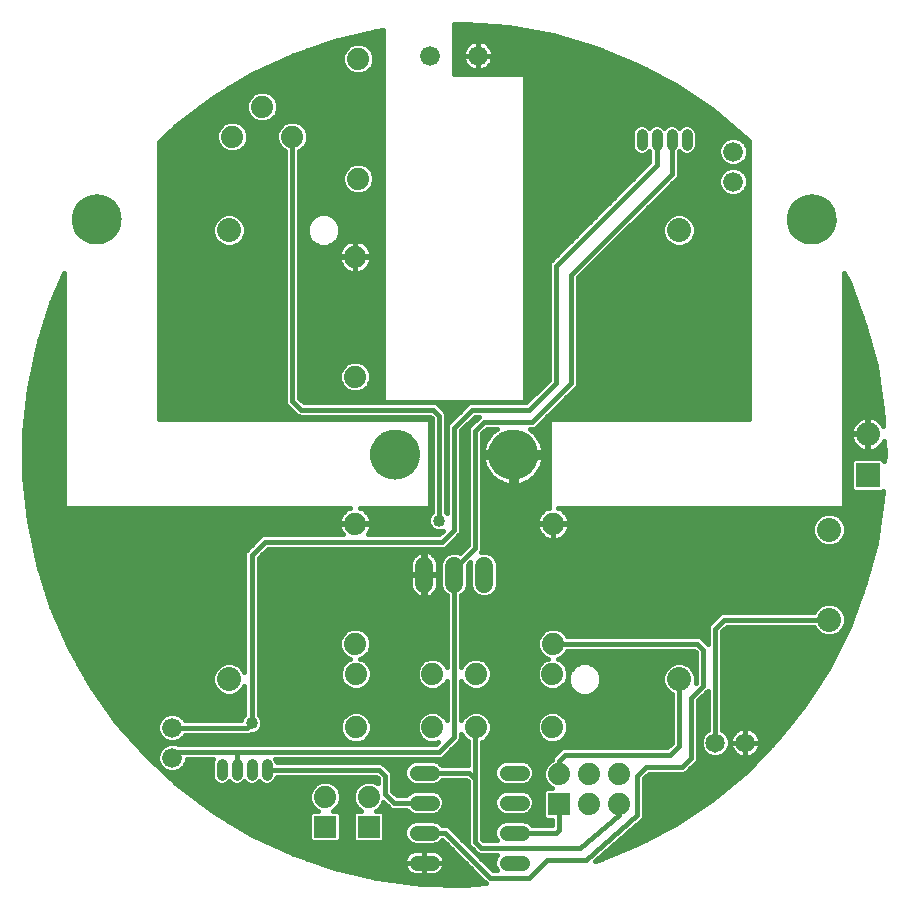
<source format=gbl>
G75*
%MOIN*%
%OFA0B0*%
%FSLAX24Y24*%
%IPPOS*%
%LPD*%
%AMOC8*
5,1,8,0,0,1.08239X$1,22.5*
%
%ADD10C,0.0500*%
%ADD11C,0.0660*%
%ADD12C,0.0740*%
%ADD13C,0.0800*%
%ADD14R,0.0800X0.0800*%
%ADD15R,0.0740X0.0740*%
%ADD16C,0.0650*%
%ADD17C,0.0350*%
%ADD18C,0.0600*%
%ADD19C,0.1650*%
%ADD20C,0.0080*%
%ADD21C,0.0160*%
%ADD22C,0.0400*%
D10*
X013497Y001147D02*
X013997Y001147D01*
X013997Y002147D02*
X013497Y002147D01*
X013497Y003147D02*
X013997Y003147D01*
X013997Y004147D02*
X013497Y004147D01*
X016497Y004147D02*
X016997Y004147D01*
X016997Y003147D02*
X016497Y003147D01*
X016497Y002147D02*
X016997Y002147D01*
X016997Y001147D02*
X016497Y001147D01*
D11*
X005347Y004647D03*
X005347Y005647D03*
X024047Y023847D03*
X024047Y024847D03*
X015534Y028047D03*
X013960Y028047D03*
D12*
X011547Y027947D03*
X009347Y025347D03*
X008347Y026347D03*
X007347Y025347D03*
X011547Y023947D03*
X011447Y021347D03*
X011447Y017347D03*
X011447Y012447D03*
X011447Y008447D03*
X011467Y007437D03*
X011467Y005657D03*
X011897Y003347D03*
X010447Y003347D03*
X014027Y005657D03*
X015467Y005657D03*
X015467Y007437D03*
X014027Y007437D03*
X018027Y007437D03*
X018047Y008447D03*
X018027Y005657D03*
X018247Y004097D03*
X019247Y004097D03*
X019247Y003097D03*
X020247Y003097D03*
X020247Y004097D03*
X018047Y012447D03*
D13*
X022247Y007267D03*
X027247Y009247D03*
X027247Y012247D03*
X028541Y015436D03*
X022247Y022227D03*
X007247Y022227D03*
X007247Y007267D03*
D14*
X028541Y014058D03*
D15*
X018247Y003097D03*
X011897Y002347D03*
X010447Y002347D03*
D16*
X023447Y005147D03*
X024447Y005147D03*
D17*
X008497Y004422D02*
X008497Y004072D01*
X007997Y004072D02*
X007997Y004422D01*
X007497Y004422D02*
X007497Y004072D01*
X006997Y004072D02*
X006997Y004422D01*
X020997Y025072D02*
X020997Y025422D01*
X021497Y025422D02*
X021497Y025072D01*
X021997Y025072D02*
X021997Y025422D01*
X022497Y025422D02*
X022497Y025072D01*
D18*
X015747Y011047D02*
X015747Y010447D01*
X014747Y010447D02*
X014747Y011047D01*
X013747Y011047D02*
X013747Y010447D01*
D19*
X012778Y014747D03*
X016715Y014747D03*
X026664Y022584D03*
X002830Y022584D03*
D20*
X003516Y022989D02*
X002143Y022989D01*
X002117Y022947D02*
X002069Y022831D01*
X002039Y022709D01*
X002030Y022584D01*
X002040Y022454D01*
X002071Y022328D01*
X002123Y022209D01*
X002193Y022099D01*
X002279Y022003D01*
X002381Y021921D01*
X002494Y021857D01*
X002616Y021813D01*
X002743Y021788D01*
X002873Y021785D01*
X003002Y021802D01*
X003126Y021840D01*
X003242Y021898D01*
X003348Y021974D01*
X003439Y022066D01*
X003515Y022171D01*
X003573Y022287D01*
X003611Y022412D01*
X003628Y022540D01*
X003625Y022670D01*
X003600Y022798D01*
X003556Y022919D01*
X003492Y023032D01*
X003410Y023134D01*
X003314Y023220D01*
X003204Y023290D01*
X003085Y023342D01*
X002959Y023373D01*
X002830Y023384D01*
X002704Y023374D01*
X002582Y023344D01*
X002466Y023296D01*
X002359Y023231D01*
X002264Y023149D01*
X002182Y023054D01*
X002117Y022947D01*
X002102Y022911D02*
X003559Y022911D01*
X003588Y022832D02*
X002069Y022832D01*
X002050Y022754D02*
X003609Y022754D01*
X003624Y022675D02*
X002037Y022675D01*
X002031Y022597D02*
X003627Y022597D01*
X003625Y022518D02*
X002035Y022518D01*
X002044Y022440D02*
X003615Y022440D01*
X003596Y022361D02*
X002063Y022361D01*
X002091Y022283D02*
X003571Y022283D01*
X003532Y022204D02*
X002126Y022204D01*
X002176Y022126D02*
X003483Y022126D01*
X003421Y022047D02*
X002239Y022047D01*
X002321Y021969D02*
X003341Y021969D01*
X003227Y021890D02*
X002435Y021890D01*
X002620Y021812D02*
X003033Y021812D01*
X003463Y023068D02*
X002195Y023068D01*
X002262Y023146D02*
X003396Y023146D01*
X003307Y023225D02*
X002353Y023225D01*
X002484Y023303D02*
X003174Y023303D01*
X002849Y023382D02*
X002809Y023382D01*
X012066Y015110D02*
X012018Y014994D01*
X011988Y014872D01*
X011978Y014747D01*
X013576Y014747D01*
X013577Y014704D02*
X013574Y014833D01*
X013549Y014961D01*
X013504Y015083D01*
X013441Y015196D01*
X013359Y015297D01*
X013263Y015384D01*
X013153Y015454D01*
X013034Y015505D01*
X012908Y015536D01*
X012778Y015547D01*
X012653Y015537D01*
X012531Y015508D01*
X012415Y015460D01*
X012308Y015394D01*
X012213Y015313D01*
X012131Y015217D01*
X012066Y015110D01*
X012084Y015139D02*
X013472Y015139D01*
X013513Y015061D02*
X012045Y015061D01*
X012015Y014982D02*
X013541Y014982D01*
X013560Y014904D02*
X011996Y014904D01*
X011985Y014825D02*
X013574Y014825D01*
X013577Y014704D02*
X013560Y014575D01*
X013522Y014451D01*
X013464Y014334D01*
X013388Y014229D01*
X013296Y014137D01*
X013191Y014061D01*
X013075Y014004D01*
X012950Y013966D01*
X012822Y013948D01*
X012692Y013952D01*
X012564Y013976D01*
X012443Y014021D01*
X012329Y014085D01*
X012228Y014166D01*
X012142Y014263D01*
X012072Y014372D01*
X012020Y014491D01*
X011989Y014618D01*
X011978Y014747D01*
X011985Y014668D02*
X013572Y014668D01*
X013562Y014590D02*
X011996Y014590D01*
X012015Y014511D02*
X013540Y014511D01*
X013513Y014433D02*
X012045Y014433D01*
X012083Y014354D02*
X013474Y014354D01*
X013422Y014276D02*
X012133Y014276D01*
X012200Y014197D02*
X013357Y014197D01*
X013271Y014119D02*
X012287Y014119D01*
X012408Y014040D02*
X013148Y014040D01*
X012923Y013962D02*
X012638Y013962D01*
X012132Y015218D02*
X013423Y015218D01*
X013360Y015296D02*
X012199Y015296D01*
X012286Y015375D02*
X013272Y015375D01*
X013154Y015453D02*
X012405Y015453D01*
X012632Y015532D02*
X012926Y015532D01*
X015925Y014872D02*
X015915Y014747D01*
X017513Y014747D01*
X017514Y014704D02*
X017511Y014833D01*
X017486Y014961D01*
X017441Y015083D01*
X017378Y015196D01*
X017296Y015297D01*
X017200Y015384D01*
X017090Y015454D01*
X016971Y015505D01*
X016845Y015536D01*
X016715Y015547D01*
X016590Y015537D01*
X016468Y015508D01*
X016352Y015460D01*
X016245Y015394D01*
X016150Y015313D01*
X016068Y015217D01*
X016003Y015110D01*
X015955Y014994D01*
X015925Y014872D01*
X015933Y014904D02*
X017497Y014904D01*
X017511Y014825D02*
X015922Y014825D01*
X015915Y014747D02*
X015926Y014618D01*
X015957Y014491D01*
X016009Y014372D01*
X016079Y014263D01*
X016165Y014166D01*
X016266Y014085D01*
X016380Y014021D01*
X016501Y013976D01*
X016629Y013952D01*
X016759Y013948D01*
X016887Y013966D01*
X017012Y014004D01*
X017128Y014061D01*
X017233Y014137D01*
X017325Y014229D01*
X017401Y014334D01*
X017459Y014451D01*
X017497Y014575D01*
X017514Y014704D01*
X017509Y014668D02*
X015922Y014668D01*
X015933Y014590D02*
X017499Y014590D01*
X017477Y014511D02*
X015952Y014511D01*
X015983Y014433D02*
X017450Y014433D01*
X017411Y014354D02*
X016020Y014354D01*
X016070Y014276D02*
X017359Y014276D01*
X017294Y014197D02*
X016137Y014197D01*
X016224Y014119D02*
X017208Y014119D01*
X017086Y014040D02*
X016345Y014040D01*
X016575Y013962D02*
X016860Y013962D01*
X017478Y014982D02*
X015952Y014982D01*
X015982Y015061D02*
X017450Y015061D01*
X017409Y015139D02*
X016021Y015139D01*
X016069Y015218D02*
X017360Y015218D01*
X017297Y015296D02*
X016136Y015296D01*
X016223Y015375D02*
X017209Y015375D01*
X017091Y015453D02*
X016342Y015453D01*
X016569Y015532D02*
X016863Y015532D01*
X025906Y022328D02*
X025875Y022454D01*
X025864Y022584D01*
X025874Y022709D01*
X025903Y022831D01*
X025951Y022947D01*
X026017Y023054D01*
X026099Y023149D01*
X026194Y023231D01*
X026301Y023296D01*
X026417Y023344D01*
X026539Y023374D01*
X026664Y023384D01*
X026794Y023373D01*
X026920Y023342D01*
X027039Y023290D01*
X027148Y023220D01*
X027245Y023134D01*
X027326Y023032D01*
X027390Y022919D01*
X027435Y022798D01*
X027460Y022670D01*
X027463Y022540D01*
X027446Y022412D01*
X027407Y022287D01*
X027350Y022171D01*
X027274Y022066D01*
X027182Y021974D01*
X027077Y021898D01*
X026960Y021840D01*
X026836Y021802D01*
X026708Y021785D01*
X026578Y021788D01*
X026450Y021813D01*
X026328Y021857D01*
X026215Y021921D01*
X026114Y022003D01*
X026027Y022099D01*
X025957Y022209D01*
X025906Y022328D01*
X025898Y022361D02*
X027430Y022361D01*
X027449Y022440D02*
X025878Y022440D01*
X025870Y022518D02*
X027460Y022518D01*
X027462Y022597D02*
X025865Y022597D01*
X025871Y022675D02*
X027459Y022675D01*
X027443Y022754D02*
X025885Y022754D01*
X025904Y022832D02*
X027422Y022832D01*
X027393Y022911D02*
X025937Y022911D01*
X025978Y022989D02*
X027351Y022989D01*
X027298Y023068D02*
X026029Y023068D01*
X026096Y023146D02*
X027231Y023146D01*
X027141Y023225D02*
X026187Y023225D01*
X026318Y023303D02*
X027009Y023303D01*
X026684Y023382D02*
X026644Y023382D01*
X025926Y022283D02*
X027405Y022283D01*
X027366Y022204D02*
X025960Y022204D01*
X026010Y022126D02*
X027317Y022126D01*
X027256Y022047D02*
X026074Y022047D01*
X026156Y021969D02*
X027175Y021969D01*
X027061Y021890D02*
X026270Y021890D01*
X026454Y021812D02*
X026868Y021812D01*
D21*
X004857Y004603D02*
X004605Y004603D01*
X004468Y004730D02*
X003493Y005839D01*
X002636Y007044D01*
X001909Y008330D01*
X001317Y009684D01*
X000867Y011092D01*
X000565Y012538D01*
X000413Y014008D01*
X000413Y015486D01*
X000565Y016956D01*
X000867Y018402D01*
X001317Y019810D01*
X001755Y020812D01*
X001755Y012975D01*
X011293Y012975D01*
X011236Y012957D01*
X011159Y012917D01*
X011089Y012866D01*
X011027Y012805D01*
X010977Y012735D01*
X010937Y012658D01*
X010910Y012576D01*
X010897Y012490D01*
X010897Y012456D01*
X011438Y012456D01*
X011438Y012438D01*
X010897Y012438D01*
X010897Y012404D01*
X010910Y012318D01*
X010937Y012236D01*
X010977Y012159D01*
X011027Y012089D01*
X011029Y012087D01*
X008399Y012087D01*
X008311Y012050D01*
X007861Y011600D01*
X007793Y011533D01*
X007757Y011445D01*
X007757Y007499D01*
X007722Y007584D01*
X007564Y007741D01*
X007358Y007827D01*
X007136Y007827D01*
X006930Y007741D01*
X006772Y007584D01*
X006687Y007378D01*
X006687Y007155D01*
X006772Y006949D01*
X006930Y006792D01*
X007136Y006707D01*
X007358Y006707D01*
X007564Y006792D01*
X007722Y006949D01*
X007757Y007035D01*
X007757Y006066D01*
X007692Y006001D01*
X007645Y005887D01*
X005778Y005887D01*
X005762Y005924D01*
X005624Y006062D01*
X005444Y006137D01*
X005249Y006137D01*
X005069Y006062D01*
X004932Y005924D01*
X004857Y005744D01*
X004857Y005549D01*
X004932Y005369D01*
X005069Y005232D01*
X005249Y005157D01*
X005444Y005157D01*
X005624Y005232D01*
X005762Y005369D01*
X005778Y005407D01*
X007895Y005407D01*
X007967Y005437D01*
X008069Y005437D01*
X008201Y005492D01*
X008302Y005593D01*
X008357Y005725D01*
X008357Y005869D01*
X008302Y006001D01*
X008237Y006066D01*
X008237Y011298D01*
X008546Y011607D01*
X014395Y011607D01*
X014483Y011643D01*
X014550Y011711D01*
X014950Y012111D01*
X014987Y012199D01*
X014987Y015548D01*
X015446Y016007D01*
X015568Y016007D01*
X015311Y015750D01*
X015243Y015683D01*
X015207Y015595D01*
X015207Y011746D01*
X014930Y011469D01*
X014838Y011507D01*
X014655Y011507D01*
X014486Y011437D01*
X014357Y011307D01*
X014287Y011138D01*
X014287Y010355D01*
X014357Y010186D01*
X014486Y010057D01*
X014507Y010048D01*
X014507Y007663D01*
X014476Y007737D01*
X014327Y007886D01*
X014132Y007967D01*
X013922Y007967D01*
X013727Y007886D01*
X013578Y007737D01*
X013497Y007542D01*
X013497Y007332D01*
X013578Y007137D01*
X013727Y006988D01*
X013922Y006907D01*
X014132Y006907D01*
X014327Y006988D01*
X014476Y007137D01*
X014507Y007211D01*
X014507Y005883D01*
X014476Y005957D01*
X014327Y006106D01*
X014132Y006187D01*
X013922Y006187D01*
X013727Y006106D01*
X013578Y005957D01*
X013497Y005762D01*
X013497Y005552D01*
X013578Y005357D01*
X013727Y005208D01*
X013922Y005127D01*
X014132Y005127D01*
X014227Y005166D01*
X014148Y005087D01*
X007499Y005087D01*
X007497Y005086D01*
X007495Y005087D01*
X005565Y005087D01*
X005444Y005137D01*
X005249Y005137D01*
X005069Y005062D01*
X004932Y004924D01*
X004857Y004744D01*
X004857Y004549D01*
X004932Y004369D01*
X005069Y004232D01*
X005249Y004157D01*
X005444Y004157D01*
X005624Y004232D01*
X005762Y004369D01*
X005837Y004549D01*
X005837Y004607D01*
X006711Y004607D01*
X006662Y004489D01*
X006662Y004005D01*
X006713Y003882D01*
X006807Y003788D01*
X006930Y003737D01*
X007064Y003737D01*
X007187Y003788D01*
X007247Y003848D01*
X007307Y003788D01*
X007430Y003737D01*
X007564Y003737D01*
X007687Y003788D01*
X007747Y003848D01*
X007807Y003788D01*
X007930Y003737D01*
X008064Y003737D01*
X008187Y003788D01*
X008247Y003848D01*
X008307Y003788D01*
X008430Y003737D01*
X008564Y003737D01*
X008687Y003788D01*
X008781Y003882D01*
X008832Y004005D01*
X008832Y004007D01*
X012148Y004007D01*
X012207Y003948D01*
X012207Y003786D01*
X012197Y003796D01*
X012002Y003877D01*
X011792Y003877D01*
X011597Y003796D01*
X011448Y003647D01*
X011367Y003452D01*
X011367Y003242D01*
X011448Y003047D01*
X011597Y002898D01*
X011647Y002877D01*
X011461Y002877D01*
X011367Y002783D01*
X011367Y001911D01*
X011461Y001817D01*
X012333Y001817D01*
X012427Y001911D01*
X012427Y002783D01*
X012333Y002877D01*
X012147Y002877D01*
X012197Y002898D01*
X012346Y003047D01*
X012394Y003161D01*
X012611Y002943D01*
X012699Y002907D01*
X013157Y002907D01*
X013265Y002799D01*
X013415Y002737D01*
X014078Y002737D01*
X014229Y002799D01*
X014345Y002915D01*
X014407Y003065D01*
X014407Y003228D01*
X014345Y003379D01*
X014229Y003495D01*
X014078Y003557D01*
X013415Y003557D01*
X013265Y003495D01*
X013157Y003387D01*
X012846Y003387D01*
X012687Y003546D01*
X012687Y004095D01*
X012650Y004183D01*
X012583Y004250D01*
X012383Y004450D01*
X012295Y004487D01*
X008832Y004487D01*
X008832Y004489D01*
X008783Y004607D01*
X014295Y004607D01*
X014383Y004643D01*
X014450Y004711D01*
X014950Y005211D01*
X014987Y005299D01*
X014987Y005431D01*
X015018Y005357D01*
X015167Y005208D01*
X015207Y005191D01*
X015207Y004387D01*
X014337Y004387D01*
X014229Y004495D01*
X014078Y004557D01*
X013415Y004557D01*
X013265Y004495D01*
X013149Y004379D01*
X013087Y004228D01*
X013087Y004065D01*
X013149Y003915D01*
X013265Y003799D01*
X013415Y003737D01*
X014078Y003737D01*
X014229Y003799D01*
X014337Y003907D01*
X015148Y003907D01*
X015207Y003848D01*
X015207Y001799D01*
X015243Y001711D01*
X015311Y001643D01*
X015511Y001443D01*
X015599Y001407D01*
X016177Y001407D01*
X016149Y001379D01*
X016087Y001228D01*
X016087Y001065D01*
X016149Y000915D01*
X016177Y000887D01*
X016046Y000887D01*
X014583Y002350D01*
X014495Y002387D01*
X014337Y002387D01*
X014229Y002495D01*
X014078Y002557D01*
X013415Y002557D01*
X013265Y002495D01*
X013149Y002379D01*
X013087Y002228D01*
X013087Y002065D01*
X013149Y001915D01*
X013265Y001799D01*
X013415Y001737D01*
X014078Y001737D01*
X014229Y001799D01*
X014337Y001907D01*
X014348Y001907D01*
X015743Y000511D01*
X015802Y000452D01*
X015116Y000399D01*
X013639Y000437D01*
X012174Y000627D01*
X010736Y000966D01*
X009340Y001452D01*
X008001Y002078D01*
X006735Y002839D01*
X005553Y003726D01*
X004468Y004730D01*
X004440Y004761D02*
X004864Y004761D01*
X004930Y004920D02*
X004301Y004920D01*
X004162Y005078D02*
X005108Y005078D01*
X005064Y005237D02*
X004022Y005237D01*
X003883Y005395D02*
X004921Y005395D01*
X004857Y005554D02*
X003744Y005554D01*
X003604Y005712D02*
X004857Y005712D01*
X004909Y005871D02*
X003470Y005871D01*
X003358Y006029D02*
X005036Y006029D01*
X005347Y005647D02*
X007847Y005647D01*
X007997Y005797D01*
X007997Y011397D01*
X008447Y011847D01*
X014347Y011847D01*
X014747Y012247D01*
X014747Y015647D01*
X015347Y016247D01*
X017247Y016247D01*
X018147Y017147D01*
X018147Y021047D01*
X021497Y024397D01*
X021497Y025247D01*
X021747Y025646D02*
X021687Y025706D01*
X021564Y025757D01*
X021430Y025757D01*
X021307Y025706D01*
X021247Y025646D01*
X021187Y025706D01*
X021064Y025757D01*
X020930Y025757D01*
X020807Y025706D01*
X020713Y025612D01*
X020662Y025489D01*
X020662Y025005D01*
X020713Y024882D01*
X020807Y024788D01*
X020930Y024737D01*
X021064Y024737D01*
X021187Y024788D01*
X021247Y024848D01*
X021257Y024838D01*
X021257Y024496D01*
X018011Y021250D01*
X017943Y021183D01*
X017907Y021095D01*
X017907Y017246D01*
X017148Y016487D01*
X015299Y016487D01*
X015211Y016450D01*
X014611Y015850D01*
X014543Y015783D01*
X014507Y015695D01*
X014507Y012796D01*
X014487Y012816D01*
X014487Y016095D01*
X014450Y016183D01*
X014383Y016250D01*
X014183Y016450D01*
X014095Y016487D01*
X009746Y016487D01*
X009587Y016646D01*
X009587Y024873D01*
X009647Y024898D01*
X009796Y025047D01*
X009877Y025242D01*
X009877Y025452D01*
X009796Y025647D01*
X009647Y025796D01*
X009452Y025877D01*
X009242Y025877D01*
X009047Y025796D01*
X008898Y025647D01*
X008817Y025452D01*
X008817Y025242D01*
X008898Y025047D01*
X009047Y024898D01*
X009107Y024873D01*
X009107Y016499D01*
X009143Y016411D01*
X009443Y016111D01*
X009511Y016043D01*
X009599Y016007D01*
X013948Y016007D01*
X014007Y015948D01*
X014007Y012816D01*
X013942Y012751D01*
X013887Y012619D01*
X013887Y012475D01*
X013942Y012343D01*
X014043Y012242D01*
X014175Y012187D01*
X014319Y012187D01*
X014368Y012207D01*
X014248Y012087D01*
X011865Y012087D01*
X011866Y012089D01*
X011917Y012159D01*
X011957Y012236D01*
X011983Y012318D01*
X011997Y012404D01*
X011997Y012438D01*
X011456Y012438D01*
X011456Y012456D01*
X011997Y012456D01*
X011997Y012490D01*
X011983Y012576D01*
X011957Y012658D01*
X011917Y012735D01*
X011866Y012805D01*
X011805Y012866D01*
X011735Y012917D01*
X011658Y012957D01*
X011601Y012975D01*
X013960Y012975D01*
X013960Y015928D01*
X004904Y015947D01*
X004904Y025168D01*
X005553Y025768D01*
X006735Y026655D01*
X008001Y027416D01*
X009340Y028042D01*
X010736Y028528D01*
X012174Y028867D01*
X012385Y028894D01*
X012385Y016509D01*
X017109Y016509D01*
X017109Y027439D01*
X014747Y027439D01*
X014747Y029085D01*
X015116Y029095D01*
X016590Y028981D01*
X018044Y028716D01*
X019462Y028303D01*
X020831Y027746D01*
X022136Y027052D01*
X023362Y026227D01*
X024496Y025280D01*
X024589Y025185D01*
X024589Y015947D01*
X017897Y015928D01*
X017897Y012976D01*
X017836Y012957D01*
X017759Y012917D01*
X017689Y012866D01*
X017627Y012805D01*
X017577Y012735D01*
X017537Y012658D01*
X017510Y012576D01*
X017497Y012490D01*
X017497Y012456D01*
X018038Y012456D01*
X018038Y012438D01*
X018056Y012438D01*
X018056Y012456D01*
X018597Y012456D01*
X018597Y012490D01*
X018583Y012576D01*
X018557Y012658D01*
X018517Y012735D01*
X018466Y012805D01*
X018405Y012866D01*
X018335Y012917D01*
X018258Y012957D01*
X018201Y012975D01*
X027739Y012975D01*
X027739Y020814D01*
X027899Y020495D01*
X028420Y019112D01*
X028796Y017683D01*
X029024Y016223D01*
X029050Y015714D01*
X029037Y015740D01*
X028983Y015814D01*
X028918Y015878D01*
X028845Y015932D01*
X028763Y015973D01*
X028676Y016002D01*
X028586Y016016D01*
X028561Y016016D01*
X028561Y015456D01*
X028521Y015456D01*
X028521Y016016D01*
X028495Y016016D01*
X028405Y016002D01*
X028318Y015973D01*
X028237Y015932D01*
X028163Y015878D01*
X028098Y015814D01*
X028045Y015740D01*
X028003Y015659D01*
X027975Y015572D01*
X027961Y015482D01*
X027961Y015456D01*
X028521Y015456D01*
X028521Y015416D01*
X028561Y015416D01*
X028561Y014856D01*
X028586Y014856D01*
X028676Y014870D01*
X028763Y014898D01*
X028845Y014940D01*
X028918Y014994D01*
X028983Y015058D01*
X029037Y015132D01*
X029076Y015209D01*
X029100Y014747D01*
X029089Y014536D01*
X029007Y014618D01*
X028074Y014618D01*
X027981Y014524D01*
X027981Y013592D01*
X028074Y013498D01*
X029007Y013498D01*
X029037Y013528D01*
X029024Y013271D01*
X029024Y013271D01*
X028796Y011811D01*
X028420Y010382D01*
X027899Y008999D01*
X027238Y007678D01*
X026445Y006431D01*
X025528Y005272D01*
X024496Y004214D01*
X023362Y003267D01*
X022136Y002442D01*
X020831Y001748D01*
X019462Y001191D01*
X019438Y001184D01*
X020976Y002541D01*
X020983Y002543D01*
X021011Y002572D01*
X021042Y002599D01*
X021045Y002606D01*
X021050Y002611D01*
X021066Y002648D01*
X021083Y002684D01*
X021084Y002692D01*
X021087Y002699D01*
X021087Y002739D01*
X021089Y002780D01*
X021087Y002787D01*
X021087Y003948D01*
X021246Y004107D01*
X022395Y004107D01*
X022483Y004143D01*
X022783Y004443D01*
X022850Y004511D01*
X022887Y004599D01*
X022887Y006548D01*
X023183Y006843D01*
X023207Y006868D01*
X023207Y005572D01*
X023172Y005558D01*
X023036Y005422D01*
X022962Y005243D01*
X022962Y005050D01*
X023036Y004872D01*
X023172Y004736D01*
X023350Y004662D01*
X023543Y004662D01*
X023722Y004736D01*
X023858Y004872D01*
X023932Y005050D01*
X023932Y005243D01*
X023858Y005422D01*
X023722Y005558D01*
X023687Y005572D01*
X023687Y008848D01*
X023846Y009007D01*
X026740Y009007D01*
X026772Y008930D01*
X026930Y008772D01*
X027136Y008687D01*
X027358Y008687D01*
X027564Y008772D01*
X027722Y008930D01*
X027807Y009136D01*
X027807Y009358D01*
X028034Y009358D01*
X028094Y009516D02*
X027741Y009516D01*
X027722Y009564D02*
X027564Y009722D01*
X027358Y009807D01*
X027136Y009807D01*
X026930Y009722D01*
X026772Y009564D01*
X026740Y009487D01*
X023699Y009487D01*
X023611Y009450D01*
X023543Y009383D01*
X023243Y009083D01*
X023207Y008995D01*
X023207Y008426D01*
X023050Y008583D01*
X022983Y008650D01*
X022895Y008687D01*
X018521Y008687D01*
X018496Y008747D01*
X018347Y008896D01*
X018152Y008977D01*
X017942Y008977D01*
X017747Y008896D01*
X017598Y008747D01*
X017517Y008552D01*
X017517Y008342D01*
X017598Y008147D01*
X017747Y007998D01*
X017871Y007946D01*
X017727Y007886D01*
X017578Y007737D01*
X017497Y007542D01*
X017497Y007332D01*
X017578Y007137D01*
X017727Y006988D01*
X017922Y006907D01*
X018132Y006907D01*
X018327Y006988D01*
X018476Y007137D01*
X018544Y007299D01*
X018544Y007156D01*
X018628Y006953D01*
X018784Y006797D01*
X018987Y006713D01*
X019207Y006713D01*
X019411Y006797D01*
X019567Y006953D01*
X019651Y007156D01*
X019651Y007377D01*
X019567Y007580D01*
X019411Y007736D01*
X019207Y007820D01*
X018987Y007820D01*
X018784Y007736D01*
X018628Y007580D01*
X018557Y007409D01*
X018557Y007542D01*
X018476Y007737D01*
X018327Y007886D01*
X018203Y007938D01*
X018347Y007998D01*
X018496Y008147D01*
X018521Y008207D01*
X022748Y008207D01*
X022807Y008148D01*
X022807Y007146D01*
X022801Y007140D01*
X022807Y007155D01*
X022807Y007378D01*
X022722Y007584D01*
X022564Y007741D01*
X022358Y007827D01*
X022136Y007827D01*
X021930Y007741D01*
X021772Y007584D01*
X021687Y007378D01*
X021687Y007155D01*
X021772Y006949D01*
X021930Y006792D01*
X022007Y006760D01*
X022007Y005146D01*
X021848Y004987D01*
X018399Y004987D01*
X018311Y004950D01*
X018243Y004883D01*
X018043Y004683D01*
X018007Y004595D01*
X018007Y004571D01*
X017947Y004546D01*
X017798Y004397D01*
X017717Y004202D01*
X017717Y003992D01*
X017798Y003797D01*
X017947Y003648D01*
X017997Y003627D01*
X017811Y003627D01*
X017717Y003533D01*
X017717Y002661D01*
X017811Y002567D01*
X018007Y002567D01*
X018007Y002387D01*
X017337Y002387D01*
X017229Y002495D01*
X017078Y002557D01*
X016415Y002557D01*
X016265Y002495D01*
X016149Y002379D01*
X016087Y002228D01*
X016087Y002065D01*
X016149Y001915D01*
X016177Y001887D01*
X015746Y001887D01*
X015687Y001946D01*
X015687Y005174D01*
X015767Y005208D01*
X015916Y005357D01*
X015997Y005552D01*
X015997Y005762D01*
X015916Y005957D01*
X015767Y006106D01*
X015572Y006187D01*
X015362Y006187D01*
X015167Y006106D01*
X015018Y005957D01*
X014987Y005883D01*
X014987Y007211D01*
X015018Y007137D01*
X015167Y006988D01*
X015362Y006907D01*
X015572Y006907D01*
X015767Y006988D01*
X015916Y007137D01*
X015997Y007332D01*
X015997Y007542D01*
X015916Y007737D01*
X015767Y007886D01*
X015572Y007967D01*
X015362Y007967D01*
X015167Y007886D01*
X015018Y007737D01*
X014987Y007663D01*
X014987Y010048D01*
X015007Y010057D01*
X015137Y010186D01*
X015207Y010355D01*
X015207Y011068D01*
X015293Y011154D01*
X015287Y011138D01*
X015287Y010355D01*
X015357Y010186D01*
X015486Y010057D01*
X015655Y009987D01*
X015838Y009987D01*
X016007Y010057D01*
X016137Y010186D01*
X016207Y010355D01*
X016207Y011138D01*
X016137Y011307D01*
X016007Y011437D01*
X015838Y011507D01*
X015655Y011507D01*
X015640Y011500D01*
X015650Y011511D01*
X015687Y011599D01*
X015687Y015448D01*
X015846Y015607D01*
X016166Y015607D01*
X016085Y015551D01*
X015993Y015469D01*
X015911Y015377D01*
X015841Y015276D01*
X015841Y015276D01*
X015816Y015227D01*
X015784Y015166D01*
X015740Y015051D01*
X015710Y014931D01*
X015698Y014827D01*
X016635Y014827D01*
X016635Y014667D01*
X015698Y014667D01*
X015710Y014563D01*
X015710Y014563D01*
X015740Y014443D01*
X015740Y014443D01*
X015784Y014328D01*
X015784Y014328D01*
X015841Y014218D01*
X015911Y014117D01*
X015911Y014117D01*
X015993Y014024D01*
X016013Y014006D01*
X016085Y013943D01*
X016110Y013926D01*
X016187Y013872D01*
X016217Y013857D01*
X016296Y013815D01*
X016333Y013801D01*
X016411Y013771D01*
X016411Y013771D01*
X016457Y013760D01*
X016531Y013742D01*
X016531Y013742D01*
X016635Y013729D01*
X016635Y014667D01*
X016795Y014667D01*
X016795Y013729D01*
X016900Y013742D01*
X017019Y013771D01*
X017019Y013771D01*
X017135Y013815D01*
X017244Y013872D01*
X017244Y013872D01*
X017346Y013943D01*
X017438Y014024D01*
X017438Y014024D01*
X017520Y014117D01*
X017590Y014218D01*
X017647Y014328D01*
X017691Y014443D01*
X017721Y014563D01*
X017733Y014667D01*
X016795Y014667D01*
X016795Y014827D01*
X017733Y014827D01*
X017721Y014931D01*
X017691Y015051D01*
X017647Y015166D01*
X017647Y015166D01*
X017590Y015276D01*
X017520Y015377D01*
X017520Y015377D01*
X017438Y015469D01*
X017438Y015469D01*
X017346Y015551D01*
X017310Y015576D01*
X017265Y015607D01*
X017395Y015607D01*
X017483Y015643D01*
X017550Y015711D01*
X018850Y017011D01*
X018887Y017099D01*
X018887Y020648D01*
X022200Y023961D01*
X022237Y024049D01*
X022237Y024838D01*
X022247Y024848D01*
X022307Y024788D01*
X022430Y024737D01*
X022564Y024737D01*
X022687Y024788D01*
X022781Y024882D01*
X022832Y025005D01*
X022832Y025489D01*
X022781Y025612D01*
X022687Y025706D01*
X022564Y025757D01*
X022430Y025757D01*
X022307Y025706D01*
X022247Y025646D01*
X022187Y025706D01*
X022064Y025757D01*
X021930Y025757D01*
X021807Y025706D01*
X021747Y025646D01*
X021709Y025683D02*
X021785Y025683D01*
X022209Y025683D02*
X022285Y025683D01*
X022709Y025683D02*
X024013Y025683D01*
X024203Y025525D02*
X022817Y025525D01*
X022832Y025366D02*
X024393Y025366D01*
X024324Y025262D02*
X024144Y025337D01*
X023949Y025337D01*
X023769Y025262D01*
X023632Y025124D01*
X023557Y024944D01*
X023557Y024749D01*
X023632Y024569D01*
X023769Y024432D01*
X023949Y024357D01*
X024144Y024357D01*
X024324Y024432D01*
X024462Y024569D01*
X024537Y024749D01*
X024537Y024944D01*
X024462Y025124D01*
X024324Y025262D01*
X024379Y025208D02*
X024567Y025208D01*
X024589Y025049D02*
X024493Y025049D01*
X024537Y024891D02*
X024589Y024891D01*
X024589Y024732D02*
X024530Y024732D01*
X024589Y024574D02*
X024464Y024574D01*
X024589Y024415D02*
X024286Y024415D01*
X024324Y024262D02*
X024144Y024337D01*
X023949Y024337D01*
X023769Y024262D01*
X023632Y024124D01*
X023557Y023944D01*
X023557Y023749D01*
X023632Y023569D01*
X023769Y023432D01*
X023949Y023357D01*
X024144Y023357D01*
X024324Y023432D01*
X024462Y023569D01*
X024537Y023749D01*
X024537Y023944D01*
X024462Y024124D01*
X024324Y024262D01*
X024330Y024257D02*
X024589Y024257D01*
X024589Y024098D02*
X024473Y024098D01*
X024537Y023940D02*
X024589Y023940D01*
X024589Y023781D02*
X024537Y023781D01*
X024485Y023623D02*
X024589Y023623D01*
X024589Y023464D02*
X024357Y023464D01*
X024589Y023306D02*
X021545Y023306D01*
X021387Y023147D02*
X024589Y023147D01*
X024589Y022989D02*
X021228Y022989D01*
X021070Y022830D02*
X024589Y022830D01*
X024589Y022672D02*
X022594Y022672D01*
X022564Y022702D02*
X022722Y022544D01*
X022807Y022339D01*
X022807Y022116D01*
X022722Y021910D01*
X022564Y021752D01*
X022358Y021667D01*
X022136Y021667D01*
X021930Y021752D01*
X021772Y021910D01*
X021687Y022116D01*
X021687Y022339D01*
X021772Y022544D01*
X021930Y022702D01*
X022136Y022787D01*
X022358Y022787D01*
X022564Y022702D01*
X022735Y022513D02*
X024589Y022513D01*
X024589Y022355D02*
X022800Y022355D01*
X022807Y022196D02*
X024589Y022196D01*
X024589Y022038D02*
X022775Y022038D01*
X022691Y021879D02*
X024589Y021879D01*
X024589Y021721D02*
X022488Y021721D01*
X022006Y021721D02*
X019960Y021721D01*
X019802Y021562D02*
X024589Y021562D01*
X024589Y021404D02*
X019643Y021404D01*
X019485Y021245D02*
X024589Y021245D01*
X024589Y021087D02*
X019326Y021087D01*
X019168Y020928D02*
X024589Y020928D01*
X024589Y020770D02*
X019009Y020770D01*
X018887Y020611D02*
X024589Y020611D01*
X024589Y020453D02*
X018887Y020453D01*
X018887Y020294D02*
X024589Y020294D01*
X024589Y020136D02*
X018887Y020136D01*
X018887Y019977D02*
X024589Y019977D01*
X024589Y019819D02*
X018887Y019819D01*
X018887Y019660D02*
X024589Y019660D01*
X024589Y019502D02*
X018887Y019502D01*
X018887Y019343D02*
X024589Y019343D01*
X024589Y019185D02*
X018887Y019185D01*
X018887Y019026D02*
X024589Y019026D01*
X024589Y018868D02*
X018887Y018868D01*
X018887Y018709D02*
X024589Y018709D01*
X024589Y018551D02*
X018887Y018551D01*
X018887Y018392D02*
X024589Y018392D01*
X024589Y018234D02*
X018887Y018234D01*
X018887Y018075D02*
X024589Y018075D01*
X024589Y017917D02*
X018887Y017917D01*
X018887Y017758D02*
X024589Y017758D01*
X024589Y017600D02*
X018887Y017600D01*
X018887Y017441D02*
X024589Y017441D01*
X024589Y017283D02*
X018887Y017283D01*
X018887Y017124D02*
X024589Y017124D01*
X024589Y016966D02*
X018805Y016966D01*
X018647Y016807D02*
X024589Y016807D01*
X024589Y016649D02*
X018488Y016649D01*
X018330Y016490D02*
X024589Y016490D01*
X024589Y016332D02*
X018171Y016332D01*
X018013Y016173D02*
X024589Y016173D01*
X024589Y016015D02*
X017854Y016015D01*
X017897Y015856D02*
X017696Y015856D01*
X017537Y015698D02*
X017897Y015698D01*
X017897Y015539D02*
X017359Y015539D01*
X017346Y015551D02*
X017346Y015551D01*
X017516Y015381D02*
X017897Y015381D01*
X017897Y015222D02*
X017618Y015222D01*
X017590Y015276D02*
X017590Y015276D01*
X017686Y015064D02*
X017897Y015064D01*
X017897Y014905D02*
X017724Y014905D01*
X017691Y015051D02*
X017691Y015051D01*
X017897Y014747D02*
X016795Y014747D01*
X016795Y014588D02*
X016635Y014588D01*
X016635Y014430D02*
X016795Y014430D01*
X016795Y014271D02*
X016635Y014271D01*
X016635Y014113D02*
X016795Y014113D01*
X016795Y013954D02*
X016635Y013954D01*
X016635Y013796D02*
X016795Y013796D01*
X016900Y013742D02*
X016900Y013742D01*
X017084Y013796D02*
X017897Y013796D01*
X017897Y013954D02*
X017359Y013954D01*
X017346Y013943D02*
X017346Y013943D01*
X017516Y014113D02*
X017897Y014113D01*
X017897Y014271D02*
X017618Y014271D01*
X017686Y014430D02*
X017897Y014430D01*
X017897Y014588D02*
X017724Y014588D01*
X017520Y014117D02*
X017520Y014117D01*
X017897Y013637D02*
X015687Y013637D01*
X015687Y013479D02*
X017897Y013479D01*
X017897Y013320D02*
X015687Y013320D01*
X015687Y013162D02*
X017897Y013162D01*
X017897Y013003D02*
X015687Y013003D01*
X015687Y012845D02*
X017667Y012845D01*
X017552Y012686D02*
X015687Y012686D01*
X015687Y012528D02*
X017503Y012528D01*
X017497Y012438D02*
X017497Y012404D01*
X017510Y012318D01*
X017537Y012236D01*
X017577Y012159D01*
X017627Y012089D01*
X017689Y012027D01*
X017759Y011977D01*
X017836Y011937D01*
X017918Y011910D01*
X018004Y011897D01*
X018038Y011897D01*
X018038Y012438D01*
X017497Y012438D01*
X017502Y012369D02*
X015687Y012369D01*
X015687Y012211D02*
X017550Y012211D01*
X017664Y012052D02*
X015687Y012052D01*
X015687Y011894D02*
X026808Y011894D01*
X026772Y011930D02*
X026687Y012136D01*
X026687Y012358D01*
X026772Y012564D01*
X026930Y012722D01*
X027136Y012807D01*
X027358Y012807D01*
X027564Y012722D01*
X027722Y012564D01*
X027807Y012358D01*
X027807Y012136D01*
X027722Y011930D01*
X027564Y011772D01*
X027358Y011687D01*
X027136Y011687D01*
X026930Y011772D01*
X026772Y011930D01*
X026721Y012052D02*
X018430Y012052D01*
X018405Y012027D02*
X018466Y012089D01*
X018517Y012159D01*
X018557Y012236D01*
X018583Y012318D01*
X018597Y012404D01*
X018597Y012438D01*
X018056Y012438D01*
X018056Y011897D01*
X018090Y011897D01*
X018176Y011910D01*
X018258Y011937D01*
X018335Y011977D01*
X018405Y012027D01*
X018544Y012211D02*
X026687Y012211D01*
X026692Y012369D02*
X018592Y012369D01*
X018591Y012528D02*
X026757Y012528D01*
X026894Y012686D02*
X018542Y012686D01*
X018427Y012845D02*
X028957Y012845D01*
X028982Y013003D02*
X027739Y013003D01*
X027739Y013162D02*
X029007Y013162D01*
X029026Y013320D02*
X027739Y013320D01*
X027739Y013479D02*
X029034Y013479D01*
X028933Y012686D02*
X027599Y012686D01*
X027737Y012528D02*
X028908Y012528D01*
X028883Y012369D02*
X027802Y012369D01*
X027807Y012211D02*
X028858Y012211D01*
X028834Y012052D02*
X027773Y012052D01*
X027686Y011894D02*
X028809Y011894D01*
X028776Y011735D02*
X027475Y011735D01*
X027018Y011735D02*
X015687Y011735D01*
X015678Y011577D02*
X028735Y011577D01*
X028693Y011418D02*
X016026Y011418D01*
X016157Y011260D02*
X028651Y011260D01*
X028609Y011101D02*
X016207Y011101D01*
X016207Y010943D02*
X028568Y010943D01*
X028526Y010784D02*
X016207Y010784D01*
X016207Y010626D02*
X028484Y010626D01*
X028442Y010467D02*
X016207Y010467D01*
X016188Y010309D02*
X028392Y010309D01*
X028333Y010150D02*
X016101Y010150D01*
X015850Y009992D02*
X028273Y009992D01*
X028213Y009833D02*
X014987Y009833D01*
X014987Y009675D02*
X026883Y009675D01*
X026752Y009516D02*
X014987Y009516D01*
X014987Y009358D02*
X023519Y009358D01*
X023543Y009383D02*
X023543Y009383D01*
X023747Y009247D02*
X027247Y009247D01*
X027611Y009675D02*
X028153Y009675D01*
X027722Y009564D02*
X027807Y009358D01*
X027807Y009199D02*
X027974Y009199D01*
X027914Y009041D02*
X027768Y009041D01*
X027840Y008882D02*
X027674Y008882D01*
X027761Y008724D02*
X027448Y008724D01*
X027682Y008565D02*
X023687Y008565D01*
X023687Y008407D02*
X027602Y008407D01*
X027523Y008248D02*
X023687Y008248D01*
X023687Y008090D02*
X027444Y008090D01*
X027365Y007931D02*
X023687Y007931D01*
X023687Y007773D02*
X027286Y007773D01*
X027198Y007614D02*
X023687Y007614D01*
X023687Y007456D02*
X027097Y007456D01*
X026996Y007297D02*
X023687Y007297D01*
X023687Y007139D02*
X026895Y007139D01*
X026794Y006980D02*
X023687Y006980D01*
X023687Y006822D02*
X026694Y006822D01*
X026593Y006663D02*
X023687Y006663D01*
X023687Y006505D02*
X026492Y006505D01*
X026378Y006346D02*
X023687Y006346D01*
X023687Y006188D02*
X026253Y006188D01*
X026127Y006029D02*
X023687Y006029D01*
X023687Y005871D02*
X026002Y005871D01*
X025876Y005712D02*
X023687Y005712D01*
X023726Y005554D02*
X024148Y005554D01*
X024118Y005532D02*
X024062Y005476D01*
X024015Y005412D01*
X023979Y005341D01*
X023954Y005265D01*
X023942Y005187D01*
X023942Y005147D01*
X024447Y005147D01*
X024952Y005147D01*
X024952Y005187D01*
X024939Y005265D01*
X024915Y005341D01*
X024879Y005412D01*
X024832Y005476D01*
X024776Y005532D01*
X024712Y005579D01*
X024641Y005615D01*
X024565Y005639D01*
X024487Y005652D01*
X024447Y005652D01*
X024447Y005147D01*
X024447Y005147D01*
X024447Y005147D01*
X024952Y005147D01*
X024952Y005107D01*
X024939Y005029D01*
X024915Y004953D01*
X024879Y004882D01*
X024832Y004818D01*
X024776Y004762D01*
X024712Y004715D01*
X024641Y004679D01*
X024565Y004654D01*
X024487Y004642D01*
X024447Y004642D01*
X024447Y005147D01*
X024447Y005652D01*
X024407Y005652D01*
X024329Y005639D01*
X024253Y005615D01*
X024182Y005579D01*
X024118Y005532D01*
X024007Y005395D02*
X023869Y005395D01*
X023932Y005237D02*
X023950Y005237D01*
X023942Y005147D02*
X023942Y005107D01*
X023954Y005029D01*
X023979Y004953D01*
X024015Y004882D01*
X024062Y004818D01*
X024118Y004762D01*
X024182Y004715D01*
X024253Y004679D01*
X024329Y004654D01*
X024407Y004642D01*
X024447Y004642D01*
X024447Y005147D01*
X024447Y005147D01*
X024447Y005147D01*
X023942Y005147D01*
X023932Y005078D02*
X023946Y005078D01*
X023996Y004920D02*
X023878Y004920D01*
X023747Y004761D02*
X024118Y004761D01*
X024447Y004761D02*
X024447Y004761D01*
X024447Y004920D02*
X024447Y004920D01*
X024447Y005078D02*
X024447Y005078D01*
X024447Y005237D02*
X024447Y005237D01*
X024447Y005395D02*
X024447Y005395D01*
X024447Y005554D02*
X024447Y005554D01*
X024746Y005554D02*
X025751Y005554D01*
X025625Y005395D02*
X024887Y005395D01*
X024944Y005237D02*
X025494Y005237D01*
X025339Y005078D02*
X024947Y005078D01*
X024898Y004920D02*
X025185Y004920D01*
X025030Y004761D02*
X024775Y004761D01*
X024876Y004603D02*
X022887Y004603D01*
X022887Y004761D02*
X023147Y004761D01*
X023016Y004920D02*
X022887Y004920D01*
X022887Y005078D02*
X022962Y005078D01*
X022962Y005237D02*
X022887Y005237D01*
X022887Y005395D02*
X023025Y005395D01*
X022887Y005554D02*
X023168Y005554D01*
X023207Y005712D02*
X022887Y005712D01*
X022887Y005871D02*
X023207Y005871D01*
X023207Y006029D02*
X022887Y006029D01*
X022887Y006188D02*
X023207Y006188D01*
X023207Y006346D02*
X022887Y006346D01*
X022887Y006505D02*
X023207Y006505D01*
X023207Y006663D02*
X023003Y006663D01*
X023161Y006822D02*
X023207Y006822D01*
X023047Y007047D02*
X023047Y008247D01*
X022847Y008447D01*
X018047Y008447D01*
X017555Y008248D02*
X014987Y008248D01*
X014987Y008090D02*
X017654Y008090D01*
X017836Y007931D02*
X015658Y007931D01*
X015880Y007773D02*
X017613Y007773D01*
X017527Y007614D02*
X015967Y007614D01*
X015997Y007456D02*
X017497Y007456D01*
X017511Y007297D02*
X015983Y007297D01*
X015917Y007139D02*
X017577Y007139D01*
X017744Y006980D02*
X015750Y006980D01*
X015184Y006980D02*
X014987Y006980D01*
X014987Y006822D02*
X018759Y006822D01*
X018617Y006980D02*
X018310Y006980D01*
X018477Y007139D02*
X018551Y007139D01*
X018543Y007297D02*
X018544Y007297D01*
X018557Y007456D02*
X018576Y007456D01*
X018527Y007614D02*
X018662Y007614D01*
X018873Y007773D02*
X018440Y007773D01*
X018218Y007931D02*
X022807Y007931D01*
X022807Y007773D02*
X022488Y007773D01*
X022691Y007614D02*
X022807Y007614D01*
X022807Y007456D02*
X022775Y007456D01*
X022807Y007297D02*
X022807Y007297D01*
X023047Y007047D02*
X022647Y006647D01*
X022647Y004647D01*
X022347Y004347D01*
X021147Y004347D01*
X020847Y004047D01*
X020847Y002747D01*
X019147Y001247D01*
X017847Y001247D01*
X017247Y000647D01*
X015947Y000647D01*
X014447Y002147D01*
X013747Y002147D01*
X014114Y002542D02*
X015207Y002542D01*
X015207Y002384D02*
X014502Y002384D01*
X014708Y002225D02*
X015207Y002225D01*
X015207Y002067D02*
X014866Y002067D01*
X015025Y001908D02*
X015207Y001908D01*
X015183Y001750D02*
X015227Y001750D01*
X015342Y001591D02*
X015363Y001591D01*
X015500Y001433D02*
X015536Y001433D01*
X015659Y001274D02*
X016106Y001274D01*
X016087Y001116D02*
X015817Y001116D01*
X015976Y000957D02*
X016132Y000957D01*
X015773Y000482D02*
X013293Y000482D01*
X013396Y000728D02*
X013463Y000717D01*
X013747Y000717D01*
X014031Y000717D01*
X014098Y000728D01*
X014162Y000748D01*
X014222Y000779D01*
X014277Y000819D01*
X014325Y000867D01*
X014365Y000922D01*
X014395Y000982D01*
X014416Y001046D01*
X014427Y001113D01*
X014427Y001147D01*
X014427Y001181D01*
X014416Y001248D01*
X014395Y001312D01*
X014365Y001372D01*
X014325Y001427D01*
X014277Y001475D01*
X014222Y001515D01*
X014162Y001545D01*
X014098Y001566D01*
X014031Y001577D01*
X013747Y001577D01*
X013747Y001147D01*
X013747Y001147D01*
X014427Y001147D01*
X013747Y001147D01*
X013747Y001147D01*
X013747Y001577D01*
X013463Y001577D01*
X013396Y001566D01*
X013332Y001545D01*
X013272Y001515D01*
X013217Y001475D01*
X013169Y001427D01*
X013129Y001372D01*
X013098Y001312D01*
X013078Y001248D01*
X013067Y001181D01*
X013067Y001147D01*
X013747Y001147D01*
X013747Y000717D01*
X013747Y001147D01*
X013747Y001147D01*
X013747Y001147D01*
X013067Y001147D01*
X013067Y001113D01*
X013078Y001046D01*
X013098Y000982D01*
X013129Y000922D01*
X013169Y000867D01*
X013217Y000819D01*
X013272Y000779D01*
X013332Y000748D01*
X013396Y000728D01*
X013244Y000799D02*
X011444Y000799D01*
X012116Y000640D02*
X015614Y000640D01*
X015456Y000799D02*
X014249Y000799D01*
X014383Y000957D02*
X015297Y000957D01*
X015139Y001116D02*
X014427Y001116D01*
X014408Y001274D02*
X014980Y001274D01*
X014822Y001433D02*
X014319Y001433D01*
X014505Y001750D02*
X014110Y001750D01*
X013747Y001433D02*
X013747Y001433D01*
X013747Y001274D02*
X013747Y001274D01*
X013747Y001116D02*
X013747Y001116D01*
X013747Y000957D02*
X013747Y000957D01*
X013747Y000799D02*
X013747Y000799D01*
X013111Y000957D02*
X010773Y000957D01*
X010305Y001116D02*
X013067Y001116D01*
X013086Y001274D02*
X009849Y001274D01*
X009394Y001433D02*
X013175Y001433D01*
X013384Y001750D02*
X008703Y001750D01*
X008364Y001908D02*
X009919Y001908D01*
X009917Y001911D02*
X010011Y001817D01*
X010883Y001817D01*
X010977Y001911D01*
X010977Y002783D01*
X010883Y002877D01*
X010697Y002877D01*
X010747Y002898D01*
X010896Y003047D01*
X010977Y003242D01*
X010977Y003452D01*
X010896Y003647D01*
X010747Y003796D01*
X010552Y003877D01*
X010342Y003877D01*
X010147Y003796D01*
X009998Y003647D01*
X009917Y003452D01*
X009917Y003242D01*
X009998Y003047D01*
X010147Y002898D01*
X010197Y002877D01*
X010011Y002877D01*
X009917Y002783D01*
X009917Y001911D01*
X009917Y002067D02*
X008025Y002067D01*
X007756Y002225D02*
X009917Y002225D01*
X009917Y002384D02*
X007492Y002384D01*
X007228Y002542D02*
X009917Y002542D01*
X009917Y002701D02*
X006964Y002701D01*
X006707Y002859D02*
X009993Y002859D01*
X010026Y003018D02*
X006496Y003018D01*
X006285Y003176D02*
X009944Y003176D01*
X009917Y003335D02*
X006074Y003335D01*
X005862Y003493D02*
X009934Y003493D01*
X010002Y003652D02*
X005651Y003652D01*
X005461Y003810D02*
X006785Y003810D01*
X006677Y003969D02*
X005290Y003969D01*
X005119Y004127D02*
X006662Y004127D01*
X006662Y004286D02*
X005679Y004286D01*
X005793Y004444D02*
X006662Y004444D01*
X006709Y004603D02*
X005837Y004603D01*
X005547Y004847D02*
X005347Y004647D01*
X005547Y004847D02*
X007447Y004847D01*
X007497Y004797D01*
X007547Y004847D01*
X014247Y004847D01*
X014747Y005347D01*
X014747Y010747D01*
X014747Y010947D01*
X015447Y011647D01*
X015447Y015547D01*
X015747Y015847D01*
X017347Y015847D01*
X018647Y017147D01*
X018647Y020747D01*
X021997Y024097D01*
X021997Y025247D01*
X022237Y024732D02*
X023564Y024732D01*
X023557Y024891D02*
X022785Y024891D01*
X022832Y025049D02*
X023600Y025049D01*
X023715Y025208D02*
X022832Y025208D01*
X022237Y024574D02*
X023630Y024574D01*
X023808Y024415D02*
X022237Y024415D01*
X022237Y024257D02*
X023764Y024257D01*
X023621Y024098D02*
X022237Y024098D01*
X022179Y023940D02*
X023557Y023940D01*
X023557Y023781D02*
X022021Y023781D01*
X021862Y023623D02*
X023609Y023623D01*
X023736Y023464D02*
X021704Y023464D01*
X021900Y022672D02*
X020911Y022672D01*
X020753Y022513D02*
X021759Y022513D01*
X021694Y022355D02*
X020594Y022355D01*
X020436Y022196D02*
X021687Y022196D01*
X021719Y022038D02*
X020277Y022038D01*
X020119Y021879D02*
X021803Y021879D01*
X020225Y023464D02*
X017109Y023464D01*
X017109Y023306D02*
X020067Y023306D01*
X019908Y023147D02*
X017109Y023147D01*
X017109Y022989D02*
X019750Y022989D01*
X019591Y022830D02*
X017109Y022830D01*
X017109Y022672D02*
X019433Y022672D01*
X019274Y022513D02*
X017109Y022513D01*
X017109Y022355D02*
X019116Y022355D01*
X018957Y022196D02*
X017109Y022196D01*
X017109Y022038D02*
X018799Y022038D01*
X018640Y021879D02*
X017109Y021879D01*
X017109Y021721D02*
X018482Y021721D01*
X018323Y021562D02*
X017109Y021562D01*
X017109Y021404D02*
X018165Y021404D01*
X018006Y021245D02*
X017109Y021245D01*
X017109Y021087D02*
X017907Y021087D01*
X017907Y020928D02*
X017109Y020928D01*
X017109Y020770D02*
X017907Y020770D01*
X017907Y020611D02*
X017109Y020611D01*
X017109Y020453D02*
X017907Y020453D01*
X017907Y020294D02*
X017109Y020294D01*
X017109Y020136D02*
X017907Y020136D01*
X017907Y019977D02*
X017109Y019977D01*
X017109Y019819D02*
X017907Y019819D01*
X017907Y019660D02*
X017109Y019660D01*
X017109Y019502D02*
X017907Y019502D01*
X017907Y019343D02*
X017109Y019343D01*
X017109Y019185D02*
X017907Y019185D01*
X017907Y019026D02*
X017109Y019026D01*
X017109Y018868D02*
X017907Y018868D01*
X017907Y018709D02*
X017109Y018709D01*
X017109Y018551D02*
X017907Y018551D01*
X017907Y018392D02*
X017109Y018392D01*
X017109Y018234D02*
X017907Y018234D01*
X017907Y018075D02*
X017109Y018075D01*
X017109Y017917D02*
X017907Y017917D01*
X017907Y017758D02*
X017109Y017758D01*
X017109Y017600D02*
X017907Y017600D01*
X017907Y017441D02*
X017109Y017441D01*
X017109Y017283D02*
X017907Y017283D01*
X017785Y017124D02*
X017109Y017124D01*
X017109Y016966D02*
X017627Y016966D01*
X017468Y016807D02*
X017109Y016807D01*
X017109Y016649D02*
X017310Y016649D01*
X017151Y016490D02*
X009743Y016490D01*
X009587Y016649D02*
X012385Y016649D01*
X012385Y016807D02*
X009587Y016807D01*
X009587Y016966D02*
X011078Y016966D01*
X011147Y016898D02*
X010998Y017047D01*
X010917Y017242D01*
X010917Y017452D01*
X010998Y017647D01*
X011147Y017796D01*
X011342Y017877D01*
X011552Y017877D01*
X011747Y017796D01*
X011896Y017647D01*
X011977Y017452D01*
X011977Y017242D01*
X011896Y017047D01*
X011747Y016898D01*
X011552Y016817D01*
X011342Y016817D01*
X011147Y016898D01*
X010965Y017124D02*
X009587Y017124D01*
X009587Y017283D02*
X010917Y017283D01*
X010917Y017441D02*
X009587Y017441D01*
X009587Y017600D02*
X010978Y017600D01*
X011109Y017758D02*
X009587Y017758D01*
X009587Y017917D02*
X012385Y017917D01*
X012385Y018075D02*
X009587Y018075D01*
X009587Y018234D02*
X012385Y018234D01*
X012385Y018392D02*
X009587Y018392D01*
X009587Y018551D02*
X012385Y018551D01*
X012385Y018709D02*
X009587Y018709D01*
X009587Y018868D02*
X012385Y018868D01*
X012385Y019026D02*
X009587Y019026D01*
X009587Y019185D02*
X012385Y019185D01*
X012385Y019343D02*
X009587Y019343D01*
X009587Y019502D02*
X012385Y019502D01*
X012385Y019660D02*
X009587Y019660D01*
X009587Y019819D02*
X012385Y019819D01*
X012385Y019977D02*
X009587Y019977D01*
X009587Y020136D02*
X012385Y020136D01*
X012385Y020294D02*
X009587Y020294D01*
X009587Y020453D02*
X012385Y020453D01*
X012385Y020611D02*
X009587Y020611D01*
X009587Y020770D02*
X012385Y020770D01*
X012385Y020928D02*
X011806Y020928D01*
X011805Y020927D02*
X011866Y020989D01*
X011917Y021059D01*
X011957Y021136D01*
X011983Y021218D01*
X011997Y021304D01*
X011997Y021338D01*
X011456Y021338D01*
X011456Y021356D01*
X011438Y021356D01*
X011438Y021897D01*
X011404Y021897D01*
X011318Y021883D01*
X011236Y021857D01*
X011159Y021817D01*
X011089Y021766D01*
X011027Y021705D01*
X010977Y021635D01*
X010937Y021558D01*
X010910Y021476D01*
X010897Y021390D01*
X010897Y021356D01*
X011438Y021356D01*
X011438Y021338D01*
X010897Y021338D01*
X010897Y021304D01*
X010910Y021218D01*
X010937Y021136D01*
X010977Y021059D01*
X011027Y020989D01*
X011089Y020927D01*
X011159Y020877D01*
X011236Y020837D01*
X011318Y020810D01*
X011404Y020797D01*
X011438Y020797D01*
X011438Y021338D01*
X011456Y021338D01*
X011456Y020797D01*
X011490Y020797D01*
X011576Y020810D01*
X011658Y020837D01*
X011735Y020877D01*
X011805Y020927D01*
X011932Y021087D02*
X012385Y021087D01*
X012385Y021245D02*
X011988Y021245D01*
X011997Y021356D02*
X011997Y021390D01*
X011983Y021476D01*
X011957Y021558D01*
X011917Y021635D01*
X011866Y021705D01*
X011805Y021766D01*
X011735Y021817D01*
X011658Y021857D01*
X011576Y021883D01*
X011490Y021897D01*
X011456Y021897D01*
X011456Y021356D01*
X011997Y021356D01*
X011995Y021404D02*
X012385Y021404D01*
X012385Y021562D02*
X011954Y021562D01*
X011851Y021721D02*
X012385Y021721D01*
X012385Y021879D02*
X011588Y021879D01*
X011456Y021879D02*
X011438Y021879D01*
X011306Y021879D02*
X010832Y021879D01*
X010866Y021914D02*
X010710Y021758D01*
X010507Y021674D01*
X010286Y021674D01*
X010083Y021758D01*
X009927Y021914D01*
X009843Y022117D01*
X009843Y022337D01*
X009927Y022541D01*
X010083Y022697D01*
X010286Y022781D01*
X010507Y022781D01*
X010710Y022697D01*
X010866Y022541D01*
X010950Y022337D01*
X010950Y022117D01*
X010866Y021914D01*
X010917Y022038D02*
X012385Y022038D01*
X012385Y022196D02*
X010950Y022196D01*
X010943Y022355D02*
X012385Y022355D01*
X012385Y022513D02*
X010877Y022513D01*
X010735Y022672D02*
X012385Y022672D01*
X012385Y022830D02*
X009587Y022830D01*
X009587Y022672D02*
X010058Y022672D01*
X009916Y022513D02*
X009587Y022513D01*
X009587Y022355D02*
X009850Y022355D01*
X009843Y022196D02*
X009587Y022196D01*
X009587Y022038D02*
X009876Y022038D01*
X009961Y021879D02*
X009587Y021879D01*
X009587Y021721D02*
X010172Y021721D01*
X010621Y021721D02*
X011043Y021721D01*
X010939Y021562D02*
X009587Y021562D01*
X009587Y021404D02*
X010899Y021404D01*
X010906Y021245D02*
X009587Y021245D01*
X009587Y021087D02*
X010962Y021087D01*
X011088Y020928D02*
X009587Y020928D01*
X009107Y020928D02*
X004904Y020928D01*
X004904Y020770D02*
X009107Y020770D01*
X009107Y020611D02*
X004904Y020611D01*
X004904Y020453D02*
X009107Y020453D01*
X009107Y020294D02*
X004904Y020294D01*
X004904Y020136D02*
X009107Y020136D01*
X009107Y019977D02*
X004904Y019977D01*
X004904Y019819D02*
X009107Y019819D01*
X009107Y019660D02*
X004904Y019660D01*
X004904Y019502D02*
X009107Y019502D01*
X009107Y019343D02*
X004904Y019343D01*
X004904Y019185D02*
X009107Y019185D01*
X009107Y019026D02*
X004904Y019026D01*
X004904Y018868D02*
X009107Y018868D01*
X009107Y018709D02*
X004904Y018709D01*
X004904Y018551D02*
X009107Y018551D01*
X009107Y018392D02*
X004904Y018392D01*
X004904Y018234D02*
X009107Y018234D01*
X009107Y018075D02*
X004904Y018075D01*
X004904Y017917D02*
X009107Y017917D01*
X009107Y017758D02*
X004904Y017758D01*
X004904Y017600D02*
X009107Y017600D01*
X009107Y017441D02*
X004904Y017441D01*
X004904Y017283D02*
X009107Y017283D01*
X009107Y017124D02*
X004904Y017124D01*
X004904Y016966D02*
X009107Y016966D01*
X009107Y016807D02*
X004904Y016807D01*
X004904Y016649D02*
X009107Y016649D01*
X009111Y016490D02*
X004904Y016490D01*
X004904Y016332D02*
X009223Y016332D01*
X009381Y016173D02*
X004904Y016173D01*
X004904Y016015D02*
X009580Y016015D01*
X009647Y016247D02*
X014047Y016247D01*
X014247Y016047D01*
X014247Y012547D01*
X013915Y012686D02*
X011942Y012686D01*
X011991Y012528D02*
X013887Y012528D01*
X013931Y012369D02*
X011992Y012369D01*
X011944Y012211D02*
X014117Y012211D01*
X014007Y012845D02*
X011827Y012845D01*
X011067Y012845D02*
X000533Y012845D01*
X000517Y013003D02*
X001755Y013003D01*
X001755Y013162D02*
X000501Y013162D01*
X000484Y013320D02*
X001755Y013320D01*
X001755Y013479D02*
X000468Y013479D01*
X000452Y013637D02*
X001755Y013637D01*
X001755Y013796D02*
X000435Y013796D01*
X000419Y013954D02*
X001755Y013954D01*
X001755Y014113D02*
X000413Y014113D01*
X000413Y014271D02*
X001755Y014271D01*
X001755Y014430D02*
X000413Y014430D01*
X000413Y014588D02*
X001755Y014588D01*
X001755Y014747D02*
X000413Y014747D01*
X000413Y014905D02*
X001755Y014905D01*
X001755Y015064D02*
X000413Y015064D01*
X000413Y015222D02*
X001755Y015222D01*
X001755Y015381D02*
X000413Y015381D01*
X000419Y015539D02*
X001755Y015539D01*
X001755Y015698D02*
X000435Y015698D01*
X000452Y015856D02*
X001755Y015856D01*
X001755Y016015D02*
X000468Y016015D01*
X000484Y016173D02*
X001755Y016173D01*
X001755Y016332D02*
X000501Y016332D01*
X000517Y016490D02*
X001755Y016490D01*
X001755Y016649D02*
X000533Y016649D01*
X000550Y016807D02*
X001755Y016807D01*
X001755Y016966D02*
X000567Y016966D01*
X000600Y017124D02*
X001755Y017124D01*
X001755Y017283D02*
X000634Y017283D01*
X000667Y017441D02*
X001755Y017441D01*
X001755Y017600D02*
X000700Y017600D01*
X000733Y017758D02*
X001755Y017758D01*
X001755Y017917D02*
X000766Y017917D01*
X000799Y018075D02*
X001755Y018075D01*
X001755Y018234D02*
X000832Y018234D01*
X000865Y018392D02*
X001755Y018392D01*
X001755Y018551D02*
X000915Y018551D01*
X000966Y018709D02*
X001755Y018709D01*
X001755Y018868D02*
X001016Y018868D01*
X001067Y019026D02*
X001755Y019026D01*
X001755Y019185D02*
X001117Y019185D01*
X001168Y019343D02*
X001755Y019343D01*
X001755Y019502D02*
X001219Y019502D01*
X001269Y019660D02*
X001755Y019660D01*
X001755Y019819D02*
X001321Y019819D01*
X001390Y019977D02*
X001755Y019977D01*
X001755Y020136D02*
X001459Y020136D01*
X001529Y020294D02*
X001755Y020294D01*
X001755Y020453D02*
X001598Y020453D01*
X001667Y020611D02*
X001755Y020611D01*
X001755Y020770D02*
X001736Y020770D01*
X004904Y021087D02*
X009107Y021087D01*
X009107Y021245D02*
X004904Y021245D01*
X004904Y021404D02*
X009107Y021404D01*
X009107Y021562D02*
X004904Y021562D01*
X004904Y021721D02*
X007006Y021721D01*
X006930Y021752D02*
X007136Y021667D01*
X007358Y021667D01*
X007564Y021752D01*
X007722Y021910D01*
X007807Y022116D01*
X007807Y022339D01*
X007722Y022544D01*
X007564Y022702D01*
X007358Y022787D01*
X007136Y022787D01*
X006930Y022702D01*
X006772Y022544D01*
X006687Y022339D01*
X006687Y022116D01*
X006772Y021910D01*
X006930Y021752D01*
X006803Y021879D02*
X004904Y021879D01*
X004904Y022038D02*
X006719Y022038D01*
X006687Y022196D02*
X004904Y022196D01*
X004904Y022355D02*
X006694Y022355D01*
X006759Y022513D02*
X004904Y022513D01*
X004904Y022672D02*
X006900Y022672D01*
X007594Y022672D02*
X009107Y022672D01*
X009107Y022830D02*
X004904Y022830D01*
X004904Y022989D02*
X009107Y022989D01*
X009107Y023147D02*
X004904Y023147D01*
X004904Y023306D02*
X009107Y023306D01*
X009107Y023464D02*
X004904Y023464D01*
X004904Y023623D02*
X009107Y023623D01*
X009107Y023781D02*
X004904Y023781D01*
X004904Y023940D02*
X009107Y023940D01*
X009107Y024098D02*
X004904Y024098D01*
X004904Y024257D02*
X009107Y024257D01*
X009107Y024415D02*
X004904Y024415D01*
X004904Y024574D02*
X009107Y024574D01*
X009107Y024732D02*
X004904Y024732D01*
X004904Y024891D02*
X007063Y024891D01*
X007047Y024898D02*
X007242Y024817D01*
X007452Y024817D01*
X007647Y024898D01*
X007796Y025047D01*
X007877Y025242D01*
X007877Y025452D01*
X007796Y025647D01*
X007647Y025796D01*
X007452Y025877D01*
X007242Y025877D01*
X007047Y025796D01*
X006898Y025647D01*
X006817Y025452D01*
X006817Y025242D01*
X006898Y025047D01*
X007047Y024898D01*
X006896Y025049D02*
X004904Y025049D01*
X004947Y025208D02*
X006831Y025208D01*
X006817Y025366D02*
X005119Y025366D01*
X005290Y025525D02*
X006847Y025525D01*
X006934Y025683D02*
X005461Y025683D01*
X005651Y025842D02*
X007157Y025842D01*
X007537Y025842D02*
X008181Y025842D01*
X008242Y025817D02*
X008452Y025817D01*
X008647Y025898D01*
X008796Y026047D01*
X008877Y026242D01*
X008877Y026452D01*
X008796Y026647D01*
X008647Y026796D01*
X008452Y026877D01*
X008242Y026877D01*
X008047Y026796D01*
X007898Y026647D01*
X007817Y026452D01*
X007817Y026242D01*
X007898Y026047D01*
X008047Y025898D01*
X008242Y025817D01*
X008513Y025842D02*
X009157Y025842D01*
X008934Y025683D02*
X007760Y025683D01*
X007847Y025525D02*
X008847Y025525D01*
X008817Y025366D02*
X007877Y025366D01*
X007863Y025208D02*
X008831Y025208D01*
X008896Y025049D02*
X007797Y025049D01*
X007631Y024891D02*
X009063Y024891D01*
X009347Y025347D02*
X009347Y016547D01*
X009647Y016247D01*
X011815Y016966D02*
X012385Y016966D01*
X012385Y017124D02*
X011928Y017124D01*
X011977Y017283D02*
X012385Y017283D01*
X012385Y017441D02*
X011977Y017441D01*
X011916Y017600D02*
X012385Y017600D01*
X012385Y017758D02*
X011785Y017758D01*
X013960Y015856D02*
X014007Y015856D01*
X014007Y015698D02*
X013960Y015698D01*
X013960Y015539D02*
X014007Y015539D01*
X014007Y015381D02*
X013960Y015381D01*
X013960Y015222D02*
X014007Y015222D01*
X014007Y015064D02*
X013960Y015064D01*
X013960Y014905D02*
X014007Y014905D01*
X014007Y014747D02*
X013960Y014747D01*
X013960Y014588D02*
X014007Y014588D01*
X014007Y014430D02*
X013960Y014430D01*
X013960Y014271D02*
X014007Y014271D01*
X014007Y014113D02*
X013960Y014113D01*
X013960Y013954D02*
X014007Y013954D01*
X014007Y013796D02*
X013960Y013796D01*
X013960Y013637D02*
X014007Y013637D01*
X014007Y013479D02*
X013960Y013479D01*
X013960Y013320D02*
X014007Y013320D01*
X014007Y013162D02*
X013960Y013162D01*
X013960Y013003D02*
X014007Y013003D01*
X014487Y013003D02*
X014507Y013003D01*
X014507Y012845D02*
X014487Y012845D01*
X014487Y013162D02*
X014507Y013162D01*
X014507Y013320D02*
X014487Y013320D01*
X014487Y013479D02*
X014507Y013479D01*
X014507Y013637D02*
X014487Y013637D01*
X014487Y013796D02*
X014507Y013796D01*
X014507Y013954D02*
X014487Y013954D01*
X014487Y014113D02*
X014507Y014113D01*
X014507Y014271D02*
X014487Y014271D01*
X014487Y014430D02*
X014507Y014430D01*
X014507Y014588D02*
X014487Y014588D01*
X014487Y014747D02*
X014507Y014747D01*
X014507Y014905D02*
X014487Y014905D01*
X014487Y015064D02*
X014507Y015064D01*
X014507Y015222D02*
X014487Y015222D01*
X014487Y015381D02*
X014507Y015381D01*
X014507Y015539D02*
X014487Y015539D01*
X014487Y015698D02*
X014508Y015698D01*
X014487Y015856D02*
X014617Y015856D01*
X014487Y016015D02*
X014776Y016015D01*
X014934Y016173D02*
X014454Y016173D01*
X014301Y016332D02*
X015093Y016332D01*
X015296Y015856D02*
X015417Y015856D01*
X015259Y015698D02*
X015137Y015698D01*
X015207Y015539D02*
X014987Y015539D01*
X014987Y015381D02*
X015207Y015381D01*
X015207Y015222D02*
X014987Y015222D01*
X014987Y015064D02*
X015207Y015064D01*
X015207Y014905D02*
X014987Y014905D01*
X014987Y014747D02*
X015207Y014747D01*
X015207Y014588D02*
X014987Y014588D01*
X014987Y014430D02*
X015207Y014430D01*
X015207Y014271D02*
X014987Y014271D01*
X014987Y014113D02*
X015207Y014113D01*
X015207Y013954D02*
X014987Y013954D01*
X014987Y013796D02*
X015207Y013796D01*
X015207Y013637D02*
X014987Y013637D01*
X014987Y013479D02*
X015207Y013479D01*
X015207Y013320D02*
X014987Y013320D01*
X014987Y013162D02*
X015207Y013162D01*
X015207Y013003D02*
X014987Y013003D01*
X014987Y012845D02*
X015207Y012845D01*
X015207Y012686D02*
X014987Y012686D01*
X014987Y012528D02*
X015207Y012528D01*
X015207Y012369D02*
X014987Y012369D01*
X014987Y012211D02*
X015207Y012211D01*
X015207Y012052D02*
X014892Y012052D01*
X014733Y011894D02*
X015207Y011894D01*
X015196Y011735D02*
X014575Y011735D01*
X014468Y011418D02*
X014052Y011418D01*
X014060Y011413D02*
X013999Y011457D01*
X013931Y011492D01*
X013859Y011515D01*
X013785Y011527D01*
X013767Y011527D01*
X013767Y010767D01*
X013727Y010767D01*
X013727Y011527D01*
X013709Y011527D01*
X013635Y011515D01*
X013563Y011492D01*
X013495Y011457D01*
X013434Y011413D01*
X013381Y011360D01*
X013336Y011299D01*
X013302Y011231D01*
X013279Y011159D01*
X013267Y011085D01*
X013267Y010767D01*
X013727Y010767D01*
X013727Y010727D01*
X013267Y010727D01*
X013267Y010409D01*
X013279Y010335D01*
X013302Y010263D01*
X013336Y010195D01*
X013381Y010134D01*
X013434Y010081D01*
X013495Y010036D01*
X013563Y010002D01*
X013635Y009979D01*
X013709Y009967D01*
X013727Y009967D01*
X013727Y010727D01*
X013767Y010727D01*
X013767Y010767D01*
X014227Y010767D01*
X014227Y011085D01*
X014215Y011159D01*
X014192Y011231D01*
X014157Y011299D01*
X014113Y011360D01*
X014060Y011413D01*
X014177Y011260D02*
X014337Y011260D01*
X014287Y011101D02*
X014224Y011101D01*
X014227Y010943D02*
X014287Y010943D01*
X014287Y010784D02*
X014227Y010784D01*
X014227Y010727D02*
X013767Y010727D01*
X013767Y009967D01*
X013785Y009967D01*
X013859Y009979D01*
X013931Y010002D01*
X013999Y010036D01*
X014060Y010081D01*
X014113Y010134D01*
X014157Y010195D01*
X014192Y010263D01*
X014215Y010335D01*
X014227Y010409D01*
X014227Y010727D01*
X014227Y010626D02*
X014287Y010626D01*
X014287Y010467D02*
X014227Y010467D01*
X014207Y010309D02*
X014306Y010309D01*
X014393Y010150D02*
X014125Y010150D01*
X013900Y009992D02*
X014507Y009992D01*
X014507Y009833D02*
X008237Y009833D01*
X008237Y009675D02*
X014507Y009675D01*
X014507Y009516D02*
X008237Y009516D01*
X008237Y009358D02*
X014507Y009358D01*
X014507Y009199D02*
X008237Y009199D01*
X008237Y009041D02*
X014507Y009041D01*
X014507Y008882D02*
X011761Y008882D01*
X011747Y008896D02*
X011552Y008977D01*
X011342Y008977D01*
X011147Y008896D01*
X010998Y008747D01*
X010917Y008552D01*
X010917Y008342D01*
X010998Y008147D01*
X011147Y007998D01*
X011291Y007938D01*
X011167Y007886D01*
X011018Y007737D01*
X010937Y007542D01*
X010937Y007332D01*
X011018Y007137D01*
X011167Y006988D01*
X011362Y006907D01*
X011572Y006907D01*
X011767Y006988D01*
X011916Y007137D01*
X011997Y007332D01*
X011997Y007542D01*
X011916Y007737D01*
X011767Y007886D01*
X011623Y007946D01*
X011747Y007998D01*
X011896Y008147D01*
X011977Y008342D01*
X011977Y008552D01*
X011896Y008747D01*
X011747Y008896D01*
X011906Y008724D02*
X014507Y008724D01*
X014507Y008565D02*
X011972Y008565D01*
X011977Y008407D02*
X014507Y008407D01*
X014507Y008248D02*
X011938Y008248D01*
X011839Y008090D02*
X014507Y008090D01*
X014507Y007931D02*
X014218Y007931D01*
X014440Y007773D02*
X014507Y007773D01*
X014987Y007773D02*
X015053Y007773D01*
X014987Y007931D02*
X015276Y007931D01*
X014987Y008407D02*
X017517Y008407D01*
X017522Y008565D02*
X014987Y008565D01*
X014987Y008724D02*
X017588Y008724D01*
X017733Y008882D02*
X014987Y008882D01*
X014987Y009041D02*
X023226Y009041D01*
X023207Y008882D02*
X018361Y008882D01*
X018506Y008724D02*
X023207Y008724D01*
X023207Y008565D02*
X023068Y008565D01*
X023447Y008947D02*
X023747Y009247D01*
X023722Y008882D02*
X026819Y008882D01*
X027046Y008724D02*
X023687Y008724D01*
X023447Y008947D02*
X023447Y005147D01*
X022784Y004444D02*
X024721Y004444D01*
X024567Y004286D02*
X022625Y004286D01*
X022444Y004127D02*
X024393Y004127D01*
X024203Y003969D02*
X021108Y003969D01*
X021087Y003810D02*
X024013Y003810D01*
X023823Y003652D02*
X021087Y003652D01*
X021087Y003493D02*
X023633Y003493D01*
X023443Y003335D02*
X021087Y003335D01*
X021087Y003176D02*
X023227Y003176D01*
X022991Y003018D02*
X021087Y003018D01*
X021087Y002859D02*
X022756Y002859D01*
X022520Y002701D02*
X021087Y002701D01*
X020980Y002542D02*
X022285Y002542D01*
X022026Y002384D02*
X020798Y002384D01*
X020619Y002225D02*
X021729Y002225D01*
X021431Y002067D02*
X020439Y002067D01*
X020259Y001908D02*
X021133Y001908D01*
X020836Y001750D02*
X020080Y001750D01*
X019900Y001591D02*
X020447Y001591D01*
X020057Y001433D02*
X019720Y001433D01*
X019668Y001274D02*
X019541Y001274D01*
X018947Y001647D02*
X015647Y001647D01*
X015447Y001847D01*
X015447Y003947D01*
X015247Y004147D01*
X013747Y004147D01*
X014240Y003810D02*
X015207Y003810D01*
X015207Y003652D02*
X012687Y003652D01*
X012687Y003810D02*
X013254Y003810D01*
X013127Y003969D02*
X012687Y003969D01*
X012673Y004127D02*
X013087Y004127D01*
X013111Y004286D02*
X012547Y004286D01*
X012389Y004444D02*
X013215Y004444D01*
X012447Y004047D02*
X012447Y003447D01*
X012747Y003147D01*
X013747Y003147D01*
X013264Y003493D02*
X012740Y003493D01*
X012537Y003018D02*
X012317Y003018D01*
X012351Y002859D02*
X013205Y002859D01*
X013380Y002542D02*
X012427Y002542D01*
X012427Y002384D02*
X013154Y002384D01*
X013087Y002225D02*
X012427Y002225D01*
X012427Y002067D02*
X013087Y002067D01*
X013156Y001908D02*
X012425Y001908D01*
X012427Y002701D02*
X015207Y002701D01*
X015207Y002859D02*
X014289Y002859D01*
X014387Y003018D02*
X015207Y003018D01*
X015207Y003176D02*
X014407Y003176D01*
X014363Y003335D02*
X015207Y003335D01*
X015207Y003493D02*
X014230Y003493D01*
X014279Y004444D02*
X015207Y004444D01*
X015207Y004603D02*
X008785Y004603D01*
X008497Y004247D02*
X012247Y004247D01*
X012447Y004047D01*
X012186Y003969D02*
X008817Y003969D01*
X008709Y003810D02*
X010181Y003810D01*
X010713Y003810D02*
X011631Y003810D01*
X011452Y003652D02*
X010891Y003652D01*
X010960Y003493D02*
X011384Y003493D01*
X011367Y003335D02*
X010977Y003335D01*
X010950Y003176D02*
X011394Y003176D01*
X011476Y003018D02*
X010867Y003018D01*
X010901Y002859D02*
X011443Y002859D01*
X011367Y002701D02*
X010977Y002701D01*
X010977Y002542D02*
X011367Y002542D01*
X011367Y002384D02*
X010977Y002384D01*
X010977Y002225D02*
X011367Y002225D01*
X011367Y002067D02*
X010977Y002067D01*
X010975Y001908D02*
X011369Y001908D01*
X012163Y003810D02*
X012207Y003810D01*
X011572Y005127D02*
X011362Y005127D01*
X011167Y005208D01*
X011018Y005357D01*
X010937Y005552D01*
X010937Y005762D01*
X011018Y005957D01*
X011167Y006106D01*
X011362Y006187D01*
X011572Y006187D01*
X011767Y006106D01*
X011916Y005957D01*
X011997Y005762D01*
X011997Y005552D01*
X011916Y005357D01*
X011767Y005208D01*
X011572Y005127D01*
X011796Y005237D02*
X013697Y005237D01*
X013562Y005395D02*
X011932Y005395D01*
X011997Y005554D02*
X013497Y005554D01*
X013497Y005712D02*
X011997Y005712D01*
X011952Y005871D02*
X013542Y005871D01*
X013650Y006029D02*
X011844Y006029D01*
X011090Y006029D02*
X008274Y006029D01*
X008237Y006188D02*
X014507Y006188D01*
X014507Y006346D02*
X008237Y006346D01*
X008237Y006505D02*
X014507Y006505D01*
X014507Y006663D02*
X008237Y006663D01*
X008237Y006822D02*
X014507Y006822D01*
X014507Y006980D02*
X014310Y006980D01*
X014477Y007139D02*
X014507Y007139D01*
X014987Y007139D02*
X015017Y007139D01*
X014987Y006663D02*
X022007Y006663D01*
X022007Y006505D02*
X014987Y006505D01*
X014987Y006346D02*
X022007Y006346D01*
X022007Y006188D02*
X014987Y006188D01*
X014987Y006029D02*
X015090Y006029D01*
X015467Y005657D02*
X015447Y005637D01*
X015447Y003947D01*
X015687Y003969D02*
X016127Y003969D01*
X016149Y003915D02*
X016265Y003799D01*
X016415Y003737D01*
X017078Y003737D01*
X017229Y003799D01*
X017345Y003915D01*
X017407Y004065D01*
X017407Y004228D01*
X017345Y004379D01*
X017229Y004495D01*
X017078Y004557D01*
X016415Y004557D01*
X016265Y004495D01*
X016149Y004379D01*
X016087Y004228D01*
X016087Y004065D01*
X016149Y003915D01*
X016254Y003810D02*
X015687Y003810D01*
X015687Y003652D02*
X017942Y003652D01*
X017792Y003810D02*
X017240Y003810D01*
X017367Y003969D02*
X017726Y003969D01*
X017717Y004127D02*
X017407Y004127D01*
X017383Y004286D02*
X017752Y004286D01*
X017845Y004444D02*
X017279Y004444D01*
X018010Y004603D02*
X015687Y004603D01*
X015687Y004761D02*
X018122Y004761D01*
X018281Y004920D02*
X015687Y004920D01*
X015687Y005078D02*
X021939Y005078D01*
X022007Y005237D02*
X018356Y005237D01*
X018327Y005208D02*
X018476Y005357D01*
X018557Y005552D01*
X018557Y005762D01*
X018476Y005957D01*
X018327Y006106D01*
X018132Y006187D01*
X017922Y006187D01*
X017727Y006106D01*
X017578Y005957D01*
X017497Y005762D01*
X017497Y005552D01*
X017578Y005357D01*
X017727Y005208D01*
X017922Y005127D01*
X018132Y005127D01*
X018327Y005208D01*
X018492Y005395D02*
X022007Y005395D01*
X022007Y005554D02*
X018557Y005554D01*
X018557Y005712D02*
X022007Y005712D01*
X022007Y005871D02*
X018512Y005871D01*
X018404Y006029D02*
X022007Y006029D01*
X021900Y006822D02*
X019436Y006822D01*
X019578Y006980D02*
X021759Y006980D01*
X021694Y007139D02*
X019644Y007139D01*
X019651Y007297D02*
X021687Y007297D01*
X021719Y007456D02*
X019618Y007456D01*
X019533Y007614D02*
X021803Y007614D01*
X022006Y007773D02*
X019322Y007773D01*
X018439Y008090D02*
X022807Y008090D01*
X022247Y007267D02*
X022247Y005047D01*
X021947Y004747D01*
X018447Y004747D01*
X018247Y004547D01*
X018247Y004097D01*
X017717Y003493D02*
X017230Y003493D01*
X017229Y003495D02*
X017078Y003557D01*
X016415Y003557D01*
X016265Y003495D01*
X016149Y003379D01*
X016087Y003228D01*
X016087Y003065D01*
X016149Y002915D01*
X016265Y002799D01*
X016415Y002737D01*
X017078Y002737D01*
X017229Y002799D01*
X017345Y002915D01*
X017407Y003065D01*
X017407Y003228D01*
X017345Y003379D01*
X017229Y003495D01*
X017363Y003335D02*
X017717Y003335D01*
X017717Y003176D02*
X017407Y003176D01*
X017387Y003018D02*
X017717Y003018D01*
X017717Y002859D02*
X017289Y002859D01*
X017114Y002542D02*
X018007Y002542D01*
X017717Y002701D02*
X015687Y002701D01*
X015687Y002859D02*
X016205Y002859D01*
X016107Y003018D02*
X015687Y003018D01*
X015687Y003176D02*
X016087Y003176D01*
X016131Y003335D02*
X015687Y003335D01*
X015687Y003493D02*
X016264Y003493D01*
X016087Y004127D02*
X015687Y004127D01*
X015687Y004286D02*
X016111Y004286D01*
X016215Y004444D02*
X015687Y004444D01*
X015207Y004761D02*
X014501Y004761D01*
X014659Y004920D02*
X015207Y004920D01*
X015207Y005078D02*
X014818Y005078D01*
X014961Y005237D02*
X015137Y005237D01*
X015002Y005395D02*
X014987Y005395D01*
X014507Y006029D02*
X014404Y006029D01*
X013744Y006980D02*
X011750Y006980D01*
X011917Y007139D02*
X013577Y007139D01*
X013511Y007297D02*
X011983Y007297D01*
X011997Y007456D02*
X013497Y007456D01*
X013527Y007614D02*
X011967Y007614D01*
X011880Y007773D02*
X013613Y007773D01*
X013836Y007931D02*
X011658Y007931D01*
X011276Y007931D02*
X008237Y007931D01*
X008237Y007773D02*
X011053Y007773D01*
X010967Y007614D02*
X008237Y007614D01*
X008237Y007456D02*
X010937Y007456D01*
X010951Y007297D02*
X008237Y007297D01*
X008237Y007139D02*
X011017Y007139D01*
X011184Y006980D02*
X008237Y006980D01*
X007757Y006980D02*
X007735Y006980D01*
X007757Y006822D02*
X007594Y006822D01*
X007757Y006663D02*
X002907Y006663D01*
X003020Y006505D02*
X007757Y006505D01*
X007757Y006346D02*
X003132Y006346D01*
X003245Y006188D02*
X007757Y006188D01*
X007720Y006029D02*
X005657Y006029D01*
X005773Y005395D02*
X011002Y005395D01*
X010937Y005554D02*
X008263Y005554D01*
X008352Y005712D02*
X010937Y005712D01*
X010982Y005871D02*
X008356Y005871D01*
X007497Y004797D02*
X007497Y004247D01*
X007709Y003810D02*
X007785Y003810D01*
X007285Y003810D02*
X007209Y003810D01*
X008209Y003810D02*
X008285Y003810D01*
X009041Y001591D02*
X014663Y001591D01*
X015725Y001908D02*
X016156Y001908D01*
X016087Y002067D02*
X015687Y002067D01*
X015687Y002225D02*
X016087Y002225D01*
X016154Y002384D02*
X015687Y002384D01*
X015687Y002542D02*
X016380Y002542D01*
X016747Y002147D02*
X018147Y002147D01*
X018247Y002247D01*
X018247Y003097D01*
X018947Y001647D02*
X020247Y002747D01*
X020247Y003097D01*
X017697Y005237D02*
X015796Y005237D01*
X015932Y005395D02*
X017562Y005395D01*
X017497Y005554D02*
X015997Y005554D01*
X015997Y005712D02*
X017497Y005712D01*
X017542Y005871D02*
X015952Y005871D01*
X015844Y006029D02*
X017650Y006029D01*
X014987Y009199D02*
X023360Y009199D01*
X027739Y013637D02*
X027981Y013637D01*
X027981Y013796D02*
X027739Y013796D01*
X027739Y013954D02*
X027981Y013954D01*
X027981Y014113D02*
X027739Y014113D01*
X027739Y014271D02*
X027981Y014271D01*
X027981Y014430D02*
X027739Y014430D01*
X027739Y014588D02*
X028045Y014588D01*
X027739Y014747D02*
X029100Y014747D01*
X029091Y014905D02*
X028777Y014905D01*
X028561Y014905D02*
X028521Y014905D01*
X028521Y014856D02*
X028521Y015416D01*
X027961Y015416D01*
X027961Y015390D01*
X027975Y015300D01*
X028003Y015213D01*
X028045Y015132D01*
X028098Y015058D01*
X028163Y014994D01*
X028237Y014940D01*
X028318Y014898D01*
X028405Y014870D01*
X028495Y014856D01*
X028521Y014856D01*
X028521Y015064D02*
X028561Y015064D01*
X028561Y015222D02*
X028521Y015222D01*
X028521Y015381D02*
X028561Y015381D01*
X028561Y015539D02*
X028521Y015539D01*
X028521Y015698D02*
X028561Y015698D01*
X028561Y015856D02*
X028521Y015856D01*
X028521Y016015D02*
X028561Y016015D01*
X028592Y016015D02*
X029034Y016015D01*
X029026Y016173D02*
X027739Y016173D01*
X027739Y016015D02*
X028489Y016015D01*
X028141Y015856D02*
X027739Y015856D01*
X027739Y015698D02*
X028023Y015698D01*
X027970Y015539D02*
X027739Y015539D01*
X027739Y015381D02*
X027962Y015381D01*
X028000Y015222D02*
X027739Y015222D01*
X027739Y015064D02*
X028094Y015064D01*
X028304Y014905D02*
X027739Y014905D01*
X028987Y015064D02*
X029083Y015064D01*
X029091Y014588D02*
X029036Y014588D01*
X029042Y015856D02*
X028940Y015856D01*
X029007Y016332D02*
X027739Y016332D01*
X027739Y016490D02*
X028982Y016490D01*
X028957Y016649D02*
X027739Y016649D01*
X027739Y016807D02*
X028933Y016807D01*
X028908Y016966D02*
X027739Y016966D01*
X027739Y017124D02*
X028883Y017124D01*
X028858Y017283D02*
X027739Y017283D01*
X027739Y017441D02*
X028834Y017441D01*
X028809Y017600D02*
X027739Y017600D01*
X027739Y017758D02*
X028776Y017758D01*
X028735Y017917D02*
X027739Y017917D01*
X027739Y018075D02*
X028693Y018075D01*
X028651Y018234D02*
X027739Y018234D01*
X027739Y018392D02*
X028609Y018392D01*
X028568Y018551D02*
X027739Y018551D01*
X027739Y018709D02*
X028526Y018709D01*
X028484Y018868D02*
X027739Y018868D01*
X027739Y019026D02*
X028442Y019026D01*
X028392Y019185D02*
X027739Y019185D01*
X027739Y019343D02*
X028333Y019343D01*
X028273Y019502D02*
X027739Y019502D01*
X027739Y019660D02*
X028213Y019660D01*
X028153Y019819D02*
X027739Y019819D01*
X027739Y019977D02*
X028094Y019977D01*
X028034Y020136D02*
X027739Y020136D01*
X027739Y020294D02*
X027974Y020294D01*
X027914Y020453D02*
X027739Y020453D01*
X027739Y020611D02*
X027840Y020611D01*
X027761Y020770D02*
X027739Y020770D01*
X023823Y025842D02*
X017109Y025842D01*
X017109Y026000D02*
X023633Y026000D01*
X023443Y026159D02*
X017109Y026159D01*
X017109Y026317D02*
X023227Y026317D01*
X022991Y026476D02*
X017109Y026476D01*
X017109Y026634D02*
X022756Y026634D01*
X022520Y026793D02*
X017109Y026793D01*
X017109Y026951D02*
X022285Y026951D01*
X022026Y027110D02*
X017109Y027110D01*
X017109Y027268D02*
X021729Y027268D01*
X021431Y027427D02*
X017109Y027427D01*
X016007Y027851D02*
X016032Y027928D01*
X016044Y028007D01*
X016044Y028047D01*
X016044Y028087D01*
X016032Y028166D01*
X016007Y028243D01*
X015971Y028314D01*
X015923Y028379D01*
X015867Y028436D01*
X015802Y028483D01*
X015730Y028520D01*
X015654Y028544D01*
X015574Y028557D01*
X015534Y028557D01*
X015494Y028557D01*
X015415Y028544D01*
X015339Y028520D01*
X015267Y028483D01*
X015202Y028436D01*
X015145Y028379D01*
X015098Y028314D01*
X015062Y028243D01*
X015037Y028166D01*
X015024Y028087D01*
X015024Y028047D01*
X015534Y028047D01*
X015534Y028047D01*
X015024Y028047D01*
X015024Y028007D01*
X015037Y027928D01*
X015062Y027851D01*
X015098Y027780D01*
X015145Y027715D01*
X015202Y027658D01*
X015267Y027611D01*
X015339Y027574D01*
X015415Y027549D01*
X015494Y027537D01*
X015534Y027537D01*
X015534Y028047D01*
X015534Y028557D01*
X015534Y028047D01*
X015534Y028047D01*
X015534Y028047D01*
X015534Y027537D01*
X015574Y027537D01*
X015654Y027549D01*
X015730Y027574D01*
X015802Y027611D01*
X015867Y027658D01*
X015923Y027715D01*
X015971Y027780D01*
X016007Y027851D01*
X016024Y027902D02*
X020447Y027902D01*
X020057Y028061D02*
X016044Y028061D01*
X016044Y028047D02*
X015534Y028047D01*
X015534Y028047D01*
X016044Y028047D01*
X016015Y028219D02*
X019668Y028219D01*
X019205Y028378D02*
X015924Y028378D01*
X015678Y028536D02*
X018660Y028536D01*
X018116Y028695D02*
X014747Y028695D01*
X014747Y028853D02*
X017289Y028853D01*
X016188Y029012D02*
X014747Y029012D01*
X014747Y028536D02*
X015391Y028536D01*
X015534Y028536D02*
X015534Y028536D01*
X015534Y028378D02*
X015534Y028378D01*
X015534Y028219D02*
X015534Y028219D01*
X015534Y028061D02*
X015534Y028061D01*
X015534Y027902D02*
X015534Y027902D01*
X015534Y027744D02*
X015534Y027744D01*
X015534Y027585D02*
X015534Y027585D01*
X015317Y027585D02*
X014747Y027585D01*
X014747Y027744D02*
X015124Y027744D01*
X015045Y027902D02*
X014747Y027902D01*
X014747Y028061D02*
X015024Y028061D01*
X015054Y028219D02*
X014747Y028219D01*
X014747Y028378D02*
X015144Y028378D01*
X015945Y027744D02*
X020836Y027744D01*
X021133Y027585D02*
X015752Y027585D01*
X017109Y025683D02*
X020785Y025683D01*
X020677Y025525D02*
X017109Y025525D01*
X017109Y025366D02*
X020662Y025366D01*
X020662Y025208D02*
X017109Y025208D01*
X017109Y025049D02*
X020662Y025049D01*
X020709Y024891D02*
X017109Y024891D01*
X017109Y024732D02*
X021257Y024732D01*
X021257Y024574D02*
X017109Y024574D01*
X017109Y024415D02*
X021176Y024415D01*
X021018Y024257D02*
X017109Y024257D01*
X017109Y024098D02*
X020859Y024098D01*
X020701Y023940D02*
X017109Y023940D01*
X017109Y023781D02*
X020542Y023781D01*
X020384Y023623D02*
X017109Y023623D01*
X021209Y025683D02*
X021285Y025683D01*
X012385Y025683D02*
X009760Y025683D01*
X009847Y025525D02*
X012385Y025525D01*
X012385Y025366D02*
X009877Y025366D01*
X009863Y025208D02*
X012385Y025208D01*
X012385Y025049D02*
X009797Y025049D01*
X009631Y024891D02*
X012385Y024891D01*
X012385Y024732D02*
X009587Y024732D01*
X009587Y024574D02*
X012385Y024574D01*
X012385Y024415D02*
X011801Y024415D01*
X011847Y024396D02*
X011652Y024477D01*
X011442Y024477D01*
X011247Y024396D01*
X011098Y024247D01*
X011017Y024052D01*
X011017Y023842D01*
X011098Y023647D01*
X011247Y023498D01*
X011442Y023417D01*
X011652Y023417D01*
X011847Y023498D01*
X011996Y023647D01*
X012077Y023842D01*
X012077Y024052D01*
X011996Y024247D01*
X011847Y024396D01*
X011986Y024257D02*
X012385Y024257D01*
X012385Y024098D02*
X012058Y024098D01*
X012077Y023940D02*
X012385Y023940D01*
X012385Y023781D02*
X012052Y023781D01*
X011972Y023623D02*
X012385Y023623D01*
X012385Y023464D02*
X011767Y023464D01*
X011327Y023464D02*
X009587Y023464D01*
X009587Y023306D02*
X012385Y023306D01*
X012385Y023147D02*
X009587Y023147D01*
X009587Y022989D02*
X012385Y022989D01*
X011456Y021721D02*
X011438Y021721D01*
X011438Y021562D02*
X011456Y021562D01*
X011456Y021404D02*
X011438Y021404D01*
X011438Y021245D02*
X011456Y021245D01*
X011456Y021087D02*
X011438Y021087D01*
X011438Y020928D02*
X011456Y020928D01*
X009107Y021721D02*
X007488Y021721D01*
X007691Y021879D02*
X009107Y021879D01*
X009107Y022038D02*
X007775Y022038D01*
X007807Y022196D02*
X009107Y022196D01*
X009107Y022355D02*
X007800Y022355D01*
X007735Y022513D02*
X009107Y022513D01*
X009587Y023623D02*
X011121Y023623D01*
X011042Y023781D02*
X009587Y023781D01*
X009587Y023940D02*
X011017Y023940D01*
X011036Y024098D02*
X009587Y024098D01*
X009587Y024257D02*
X011107Y024257D01*
X011293Y024415D02*
X009587Y024415D01*
X009537Y025842D02*
X012385Y025842D01*
X012385Y026000D02*
X008750Y026000D01*
X008843Y026159D02*
X012385Y026159D01*
X012385Y026317D02*
X008877Y026317D01*
X008867Y026476D02*
X012385Y026476D01*
X012385Y026634D02*
X008802Y026634D01*
X008650Y026793D02*
X012385Y026793D01*
X012385Y026951D02*
X007228Y026951D01*
X006964Y026793D02*
X008043Y026793D01*
X007892Y026634D02*
X006707Y026634D01*
X006496Y026476D02*
X007827Y026476D01*
X007817Y026317D02*
X006285Y026317D01*
X006074Y026159D02*
X007851Y026159D01*
X007944Y026000D02*
X005862Y026000D01*
X007492Y027110D02*
X012385Y027110D01*
X012385Y027268D02*
X007756Y027268D01*
X008025Y027427D02*
X011417Y027427D01*
X011442Y027417D02*
X011247Y027498D01*
X011098Y027647D01*
X011017Y027842D01*
X011017Y028052D01*
X011098Y028247D01*
X011247Y028396D01*
X011442Y028477D01*
X011652Y028477D01*
X011847Y028396D01*
X011996Y028247D01*
X012077Y028052D01*
X012077Y027842D01*
X011996Y027647D01*
X011847Y027498D01*
X011652Y027417D01*
X011442Y027417D01*
X011677Y027427D02*
X012385Y027427D01*
X012385Y027585D02*
X011935Y027585D01*
X012037Y027744D02*
X012385Y027744D01*
X012385Y027902D02*
X012077Y027902D01*
X012073Y028061D02*
X012385Y028061D01*
X012385Y028219D02*
X012008Y028219D01*
X011865Y028378D02*
X012385Y028378D01*
X012385Y028536D02*
X010773Y028536D01*
X011086Y028219D02*
X009849Y028219D01*
X009394Y028061D02*
X011020Y028061D01*
X011017Y027902D02*
X009041Y027902D01*
X008703Y027744D02*
X011057Y027744D01*
X011159Y027585D02*
X008364Y027585D01*
X010305Y028378D02*
X011228Y028378D01*
X011444Y028695D02*
X012385Y028695D01*
X012385Y028853D02*
X012116Y028853D01*
X015779Y015539D02*
X016072Y015539D01*
X015993Y015469D02*
X015993Y015469D01*
X015914Y015381D02*
X015687Y015381D01*
X015687Y015222D02*
X015813Y015222D01*
X015784Y015166D02*
X015784Y015166D01*
X015745Y015064D02*
X015687Y015064D01*
X015687Y014905D02*
X015707Y014905D01*
X015687Y014747D02*
X016635Y014747D01*
X015707Y014588D02*
X015687Y014588D01*
X015687Y014430D02*
X015745Y014430D01*
X015687Y014271D02*
X015813Y014271D01*
X015841Y014218D02*
X015841Y014218D01*
X015914Y014113D02*
X015687Y014113D01*
X015687Y013954D02*
X016072Y013954D01*
X016085Y013943D02*
X016085Y013943D01*
X015993Y014024D02*
X015993Y014024D01*
X015993Y014024D01*
X016187Y013872D02*
X016187Y013872D01*
X016296Y013815D02*
X016296Y013815D01*
X016347Y013796D02*
X015687Y013796D01*
X017135Y013815D02*
X017135Y013815D01*
X018038Y012369D02*
X018056Y012369D01*
X018056Y012211D02*
X018038Y012211D01*
X018038Y012052D02*
X018056Y012052D01*
X015643Y009992D02*
X014987Y009992D01*
X015101Y010150D02*
X015393Y010150D01*
X015306Y010309D02*
X015188Y010309D01*
X015207Y010467D02*
X015287Y010467D01*
X015287Y010626D02*
X015207Y010626D01*
X015207Y010784D02*
X015287Y010784D01*
X015287Y010943D02*
X015207Y010943D01*
X015241Y011101D02*
X015287Y011101D01*
X015038Y011577D02*
X008516Y011577D01*
X008358Y011418D02*
X013442Y011418D01*
X013317Y011260D02*
X008237Y011260D01*
X008237Y011101D02*
X013270Y011101D01*
X013267Y010943D02*
X008237Y010943D01*
X008237Y010784D02*
X013267Y010784D01*
X013267Y010626D02*
X008237Y010626D01*
X008237Y010467D02*
X013267Y010467D01*
X013287Y010309D02*
X008237Y010309D01*
X008237Y010150D02*
X013369Y010150D01*
X013594Y009992D02*
X008237Y009992D01*
X007757Y009992D02*
X001219Y009992D01*
X001269Y009833D02*
X007757Y009833D01*
X007757Y009675D02*
X001321Y009675D01*
X001390Y009516D02*
X007757Y009516D01*
X007757Y009358D02*
X001459Y009358D01*
X001529Y009199D02*
X007757Y009199D01*
X007757Y009041D02*
X001598Y009041D01*
X001667Y008882D02*
X007757Y008882D01*
X007757Y008724D02*
X001736Y008724D01*
X001806Y008565D02*
X007757Y008565D01*
X007757Y008407D02*
X001875Y008407D01*
X001955Y008248D02*
X007757Y008248D01*
X007757Y008090D02*
X002044Y008090D01*
X002134Y007931D02*
X007757Y007931D01*
X007757Y007773D02*
X007488Y007773D01*
X007691Y007614D02*
X007757Y007614D01*
X008237Y008090D02*
X011054Y008090D01*
X010955Y008248D02*
X008237Y008248D01*
X008237Y008407D02*
X010917Y008407D01*
X010922Y008565D02*
X008237Y008565D01*
X008237Y008724D02*
X010988Y008724D01*
X011133Y008882D02*
X008237Y008882D01*
X007757Y010150D02*
X001168Y010150D01*
X001117Y010309D02*
X007757Y010309D01*
X007757Y010467D02*
X001067Y010467D01*
X001016Y010626D02*
X007757Y010626D01*
X007757Y010784D02*
X000966Y010784D01*
X000915Y010943D02*
X007757Y010943D01*
X007757Y011101D02*
X000865Y011101D01*
X000832Y011260D02*
X007757Y011260D01*
X007757Y011418D02*
X000799Y011418D01*
X000766Y011577D02*
X007838Y011577D01*
X007996Y011735D02*
X000733Y011735D01*
X000700Y011894D02*
X008155Y011894D01*
X008316Y012052D02*
X000667Y012052D01*
X000634Y012211D02*
X010950Y012211D01*
X010902Y012369D02*
X000600Y012369D01*
X000567Y012528D02*
X010903Y012528D01*
X010952Y012686D02*
X000550Y012686D01*
X002224Y007773D02*
X007006Y007773D01*
X006803Y007614D02*
X002314Y007614D01*
X002403Y007456D02*
X006719Y007456D01*
X006687Y007297D02*
X002493Y007297D01*
X002583Y007139D02*
X006694Y007139D01*
X006759Y006980D02*
X002682Y006980D01*
X002794Y006822D02*
X006900Y006822D01*
X005630Y005237D02*
X011137Y005237D01*
X013727Y009992D02*
X013767Y009992D01*
X013767Y010150D02*
X013727Y010150D01*
X013727Y010309D02*
X013767Y010309D01*
X013767Y010467D02*
X013727Y010467D01*
X013727Y010626D02*
X013767Y010626D01*
X013767Y010784D02*
X013727Y010784D01*
X013727Y010943D02*
X013767Y010943D01*
X013767Y011101D02*
X013727Y011101D01*
X013727Y011260D02*
X013767Y011260D01*
X013767Y011418D02*
X013727Y011418D01*
X004900Y004444D02*
X004776Y004444D01*
X004947Y004286D02*
X005015Y004286D01*
D22*
X007997Y005797D03*
X014247Y012547D03*
M02*

</source>
